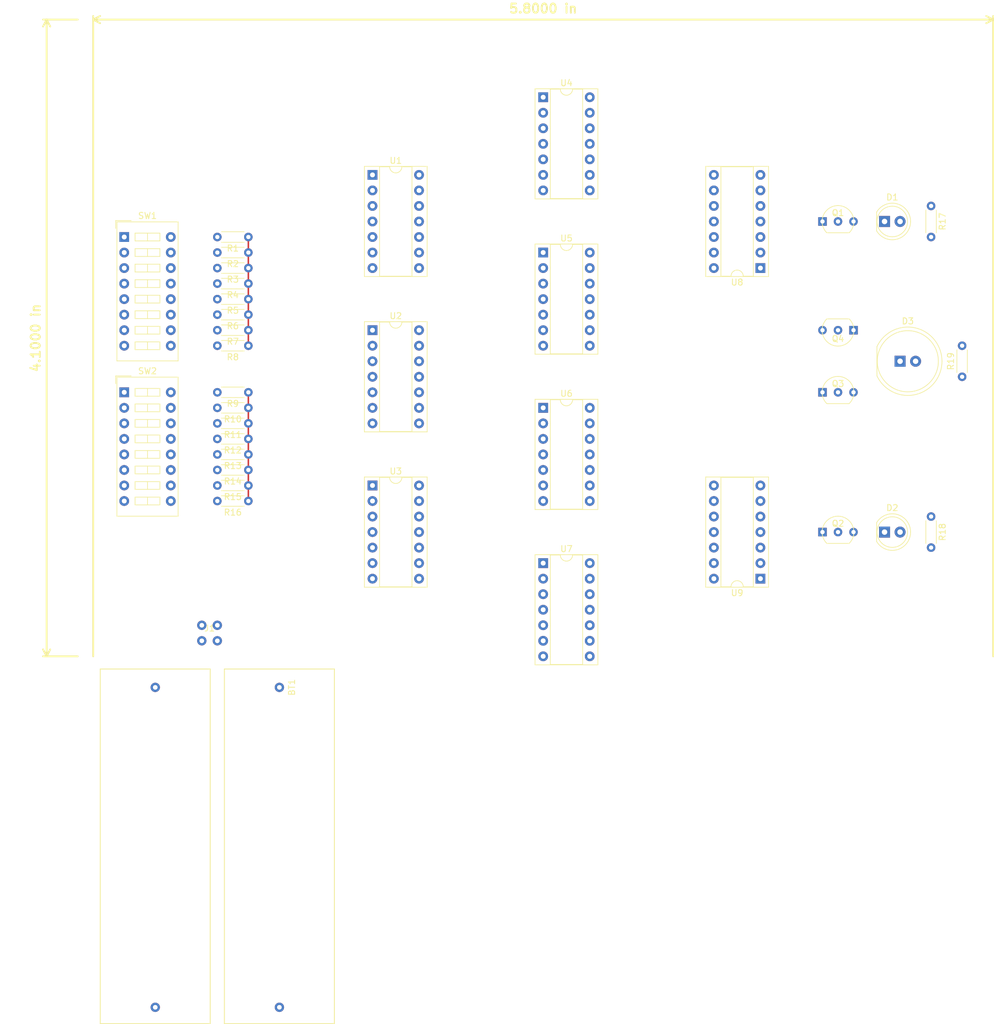
<source format=kicad_pcb>
(kicad_pcb (version 4) (host pcbnew 4.0.7)

  (general
    (links 150)
    (no_connects 136)
    (area 6.675716 25.24 170.180001 192.435001)
    (thickness 1.6)
    (drawings 2)
    (tracks 14)
    (zones 0)
    (modules 39)
    (nets 67)
  )

  (page A4)
  (layers
    (0 F.Cu signal)
    (31 B.Cu signal)
    (32 B.Adhes user)
    (33 F.Adhes user)
    (34 B.Paste user)
    (35 F.Paste user)
    (36 B.SilkS user)
    (37 F.SilkS user)
    (38 B.Mask user)
    (39 F.Mask user)
    (40 Dwgs.User user)
    (41 Cmts.User user)
    (42 Eco1.User user)
    (43 Eco2.User user)
    (44 Edge.Cuts user)
    (45 Margin user)
    (46 B.CrtYd user)
    (47 F.CrtYd user)
    (48 B.Fab user)
    (49 F.Fab user)
  )

  (setup
    (last_trace_width 0.25)
    (trace_clearance 0.2)
    (zone_clearance 0.508)
    (zone_45_only no)
    (trace_min 0.2)
    (segment_width 0.2)
    (edge_width 0.15)
    (via_size 0.6)
    (via_drill 0.4)
    (via_min_size 0.4)
    (via_min_drill 0.3)
    (uvia_size 0.3)
    (uvia_drill 0.1)
    (uvias_allowed no)
    (uvia_min_size 0.2)
    (uvia_min_drill 0.1)
    (pcb_text_width 0.3)
    (pcb_text_size 1.5 1.5)
    (mod_edge_width 0.15)
    (mod_text_size 1 1)
    (mod_text_width 0.15)
    (pad_size 1.524 1.524)
    (pad_drill 0.762)
    (pad_to_mask_clearance 0.2)
    (aux_axis_origin 0 0)
    (visible_elements FFFFFF7F)
    (pcbplotparams
      (layerselection 0x00030_80000001)
      (usegerberextensions false)
      (excludeedgelayer true)
      (linewidth 0.100000)
      (plotframeref false)
      (viasonmask false)
      (mode 1)
      (useauxorigin false)
      (hpglpennumber 1)
      (hpglpenspeed 20)
      (hpglpendiameter 15)
      (hpglpenoverlay 2)
      (psnegative false)
      (psa4output false)
      (plotreference true)
      (plotvalue true)
      (plotinvisibletext false)
      (padsonsilk false)
      (subtractmaskfromsilk false)
      (outputformat 1)
      (mirror false)
      (drillshape 1)
      (scaleselection 1)
      (outputdirectory ""))
  )

  (net 0 "")
  (net 1 GND)
  (net 2 VCC)
  (net 3 "Net-(D1-Pad1)")
  (net 4 "Net-(D1-Pad2)")
  (net 5 "Net-(D2-Pad1)")
  (net 6 "Net-(D2-Pad2)")
  (net 7 "Net-(D3-Pad1)")
  (net 8 "Net-(D3-Pad2)")
  (net 9 "Net-(Q1-Pad2)")
  (net 10 "Net-(Q2-Pad2)")
  (net 11 /i0)
  (net 12 /i1)
  (net 13 /i2)
  (net 14 /i3)
  (net 15 /i4)
  (net 16 /i5)
  (net 17 /i6)
  (net 18 /i7)
  (net 19 /i8)
  (net 20 /i9)
  (net 21 /i10)
  (net 22 /i11)
  (net 23 /i12)
  (net 24 /i13)
  (net 25 /i14)
  (net 26 /i15)
  (net 27 /not_i3)
  (net 28 /not_i0)
  (net 29 /not_i4)
  (net 30 /not_i1)
  (net 31 /not_i5)
  (net 32 /not_i2)
  (net 33 /not_i10)
  (net 34 /not_i6)
  (net 35 /not_i11)
  (net 36 /not_i7)
  (net 37 /not_i12)
  (net 38 /not_i8)
  (net 39 "Net-(U3-Pad8)")
  (net 40 /not_i13)
  (net 41 "Net-(U3-Pad9)")
  (net 42 "Net-(U3-Pad10)")
  (net 43 /not_i14)
  (net 44 "Net-(U3-Pad11)")
  (net 45 "Net-(U3-Pad12)")
  (net 46 /not_i15)
  (net 47 "Net-(U3-Pad13)")
  (net 48 "Net-(U4-Pad8)")
  (net 49 "Net-(U4-Pad3)")
  (net 50 "Net-(U4-Pad11)")
  (net 51 "Net-(U4-Pad6)")
  (net 52 "Net-(U5-Pad8)")
  (net 53 "Net-(U5-Pad3)")
  (net 54 "Net-(U5-Pad11)")
  (net 55 "Net-(U5-Pad6)")
  (net 56 "Net-(U6-Pad10)")
  (net 57 "Net-(U6-Pad4)")
  (net 58 "Net-(U7-Pad10)")
  (net 59 "Net-(U7-Pad4)")
  (net 60 "Net-(Q3-Pad1)")
  (net 61 "Net-(U8-Pad13)")
  (net 62 "Net-(U9-Pad13)")
  (net 63 "Net-(U6-Pad3)")
  (net 64 "Net-(U6-Pad11)")
  (net 65 "Net-(U7-Pad3)")
  (net 66 "Net-(U7-Pad11)")

  (net_class Default "This is the default net class."
    (clearance 0.2)
    (trace_width 0.25)
    (via_dia 0.6)
    (via_drill 0.4)
    (uvia_dia 0.3)
    (uvia_drill 0.1)
    (add_net /i0)
    (add_net /i1)
    (add_net /i10)
    (add_net /i11)
    (add_net /i12)
    (add_net /i13)
    (add_net /i14)
    (add_net /i15)
    (add_net /i2)
    (add_net /i3)
    (add_net /i4)
    (add_net /i5)
    (add_net /i6)
    (add_net /i7)
    (add_net /i8)
    (add_net /i9)
    (add_net /not_i0)
    (add_net /not_i1)
    (add_net /not_i10)
    (add_net /not_i11)
    (add_net /not_i12)
    (add_net /not_i13)
    (add_net /not_i14)
    (add_net /not_i15)
    (add_net /not_i2)
    (add_net /not_i3)
    (add_net /not_i4)
    (add_net /not_i5)
    (add_net /not_i6)
    (add_net /not_i7)
    (add_net /not_i8)
    (add_net GND)
    (add_net "Net-(D1-Pad1)")
    (add_net "Net-(D1-Pad2)")
    (add_net "Net-(D2-Pad1)")
    (add_net "Net-(D2-Pad2)")
    (add_net "Net-(D3-Pad1)")
    (add_net "Net-(D3-Pad2)")
    (add_net "Net-(Q1-Pad2)")
    (add_net "Net-(Q2-Pad2)")
    (add_net "Net-(Q3-Pad1)")
    (add_net "Net-(U3-Pad10)")
    (add_net "Net-(U3-Pad11)")
    (add_net "Net-(U3-Pad12)")
    (add_net "Net-(U3-Pad13)")
    (add_net "Net-(U3-Pad8)")
    (add_net "Net-(U3-Pad9)")
    (add_net "Net-(U4-Pad11)")
    (add_net "Net-(U4-Pad3)")
    (add_net "Net-(U4-Pad6)")
    (add_net "Net-(U4-Pad8)")
    (add_net "Net-(U5-Pad11)")
    (add_net "Net-(U5-Pad3)")
    (add_net "Net-(U5-Pad6)")
    (add_net "Net-(U5-Pad8)")
    (add_net "Net-(U6-Pad10)")
    (add_net "Net-(U6-Pad11)")
    (add_net "Net-(U6-Pad3)")
    (add_net "Net-(U6-Pad4)")
    (add_net "Net-(U7-Pad10)")
    (add_net "Net-(U7-Pad11)")
    (add_net "Net-(U7-Pad3)")
    (add_net "Net-(U7-Pad4)")
    (add_net "Net-(U8-Pad13)")
    (add_net "Net-(U9-Pad13)")
    (add_net VCC)
  )

  (module LEDs:LED_D5.0mm (layer F.Cu) (tedit 5995936A) (tstamp 5B146C6D)
    (at 152.4 111.76)
    (descr "LED, diameter 5.0mm, 2 pins, http://cdn-reichelt.de/documents/datenblatt/A500/LL-504BC2E-009.pdf")
    (tags "LED diameter 5.0mm 2 pins")
    (path /5B32C00F)
    (fp_text reference D2 (at 1.27 -3.96) (layer F.SilkS)
      (effects (font (size 1 1) (thickness 0.15)))
    )
    (fp_text value LED (at 1.27 3.96) (layer F.Fab)
      (effects (font (size 1 1) (thickness 0.15)))
    )
    (fp_arc (start 1.27 0) (end -1.23 -1.469694) (angle 299.1) (layer F.Fab) (width 0.1))
    (fp_arc (start 1.27 0) (end -1.29 -1.54483) (angle 148.9) (layer F.SilkS) (width 0.12))
    (fp_arc (start 1.27 0) (end -1.29 1.54483) (angle -148.9) (layer F.SilkS) (width 0.12))
    (fp_circle (center 1.27 0) (end 3.77 0) (layer F.Fab) (width 0.1))
    (fp_circle (center 1.27 0) (end 3.77 0) (layer F.SilkS) (width 0.12))
    (fp_line (start -1.23 -1.469694) (end -1.23 1.469694) (layer F.Fab) (width 0.1))
    (fp_line (start -1.29 -1.545) (end -1.29 1.545) (layer F.SilkS) (width 0.12))
    (fp_line (start -1.95 -3.25) (end -1.95 3.25) (layer F.CrtYd) (width 0.05))
    (fp_line (start -1.95 3.25) (end 4.5 3.25) (layer F.CrtYd) (width 0.05))
    (fp_line (start 4.5 3.25) (end 4.5 -3.25) (layer F.CrtYd) (width 0.05))
    (fp_line (start 4.5 -3.25) (end -1.95 -3.25) (layer F.CrtYd) (width 0.05))
    (fp_text user %R (at 1.25 0) (layer F.Fab)
      (effects (font (size 0.8 0.8) (thickness 0.2)))
    )
    (pad 1 thru_hole rect (at 0 0) (size 1.8 1.8) (drill 0.9) (layers *.Cu *.Mask)
      (net 5 "Net-(D2-Pad1)"))
    (pad 2 thru_hole circle (at 2.54 0) (size 1.8 1.8) (drill 0.9) (layers *.Cu *.Mask)
      (net 6 "Net-(D2-Pad2)"))
    (model ${KISYS3DMOD}/LEDs.3dshapes/LED_D5.0mm.wrl
      (at (xyz 0 0 0))
      (scale (xyz 0.393701 0.393701 0.393701))
      (rotate (xyz 0 0 0))
    )
  )

  (module emlun:J2x2-double_2_pole_connector (layer F.Cu) (tedit 5AEF483E) (tstamp 5B146C7B)
    (at 40.64 127)
    (path /5B1DB0DE)
    (fp_text reference J1 (at 1.27 0.5) (layer F.SilkS)
      (effects (font (size 1 1) (thickness 0.15)))
    )
    (fp_text value PWR-2_pole_power_connector (at 1.27 -1.27) (layer F.Fab)
      (effects (font (size 1 1) (thickness 0.15)))
    )
    (pad 2 thru_hole circle (at 2.54 2.54) (size 1.524 1.524) (drill 0.762) (layers *.Cu *.Mask)
      (net 2 VCC))
    (pad 1 thru_hole circle (at 0 2.54) (size 1.524 1.524) (drill 0.762) (layers *.Cu *.Mask)
      (net 1 GND))
    (pad 1 thru_hole circle (at 0 0) (size 1.524 1.524) (drill 0.762) (layers *.Cu *.Mask)
      (net 1 GND))
    (pad 2 thru_hole circle (at 2.54 0) (size 1.524 1.524) (drill 0.762) (layers *.Cu *.Mask)
      (net 2 VCC))
  )

  (module Buttons_Switches_THT:SW_DIP_x8_W7.62mm_Slide (layer F.Cu) (tedit 5923F251) (tstamp 5B146D1D)
    (at 27.94 63.5)
    (descr "8x-dip-switch, Slide, row spacing 7.62 mm (300 mils)")
    (tags "DIP Switch Slide 7.62mm 300mil")
    (path /5B15D733)
    (fp_text reference SW1 (at 3.81 -3.48) (layer F.SilkS)
      (effects (font (size 1 1) (thickness 0.15)))
    )
    (fp_text value SW_DIP_x08 (at 3.81 21.26) (layer F.Fab)
      (effects (font (size 1 1) (thickness 0.15)))
    )
    (fp_text user %R (at 3.81 8.89) (layer F.Fab)
      (effects (font (size 1 1) (thickness 0.15)))
    )
    (fp_line (start -1.4 -2.68) (end -1.4 -1.41) (layer F.SilkS) (width 0.12))
    (fp_line (start -1.4 -2.68) (end 1.14 -2.68) (layer F.SilkS) (width 0.12))
    (fp_line (start -0.08 -2.36) (end 8.7 -2.36) (layer F.Fab) (width 0.1))
    (fp_line (start 8.7 -2.36) (end 8.7 20.14) (layer F.Fab) (width 0.1))
    (fp_line (start 8.7 20.14) (end -1.08 20.14) (layer F.Fab) (width 0.1))
    (fp_line (start -1.08 20.14) (end -1.08 -1.36) (layer F.Fab) (width 0.1))
    (fp_line (start -1.08 -1.36) (end -0.08 -2.36) (layer F.Fab) (width 0.1))
    (fp_line (start 1.78 -0.635) (end 1.78 0.635) (layer F.Fab) (width 0.1))
    (fp_line (start 1.78 0.635) (end 5.84 0.635) (layer F.Fab) (width 0.1))
    (fp_line (start 5.84 0.635) (end 5.84 -0.635) (layer F.Fab) (width 0.1))
    (fp_line (start 5.84 -0.635) (end 1.78 -0.635) (layer F.Fab) (width 0.1))
    (fp_line (start 3.81 -0.635) (end 3.81 0.635) (layer F.Fab) (width 0.1))
    (fp_line (start 1.78 1.905) (end 1.78 3.175) (layer F.Fab) (width 0.1))
    (fp_line (start 1.78 3.175) (end 5.84 3.175) (layer F.Fab) (width 0.1))
    (fp_line (start 5.84 3.175) (end 5.84 1.905) (layer F.Fab) (width 0.1))
    (fp_line (start 5.84 1.905) (end 1.78 1.905) (layer F.Fab) (width 0.1))
    (fp_line (start 3.81 1.905) (end 3.81 3.175) (layer F.Fab) (width 0.1))
    (fp_line (start 1.78 4.445) (end 1.78 5.715) (layer F.Fab) (width 0.1))
    (fp_line (start 1.78 5.715) (end 5.84 5.715) (layer F.Fab) (width 0.1))
    (fp_line (start 5.84 5.715) (end 5.84 4.445) (layer F.Fab) (width 0.1))
    (fp_line (start 5.84 4.445) (end 1.78 4.445) (layer F.Fab) (width 0.1))
    (fp_line (start 3.81 4.445) (end 3.81 5.715) (layer F.Fab) (width 0.1))
    (fp_line (start 1.78 6.985) (end 1.78 8.255) (layer F.Fab) (width 0.1))
    (fp_line (start 1.78 8.255) (end 5.84 8.255) (layer F.Fab) (width 0.1))
    (fp_line (start 5.84 8.255) (end 5.84 6.985) (layer F.Fab) (width 0.1))
    (fp_line (start 5.84 6.985) (end 1.78 6.985) (layer F.Fab) (width 0.1))
    (fp_line (start 3.81 6.985) (end 3.81 8.255) (layer F.Fab) (width 0.1))
    (fp_line (start 1.78 9.525) (end 1.78 10.795) (layer F.Fab) (width 0.1))
    (fp_line (start 1.78 10.795) (end 5.84 10.795) (layer F.Fab) (width 0.1))
    (fp_line (start 5.84 10.795) (end 5.84 9.525) (layer F.Fab) (width 0.1))
    (fp_line (start 5.84 9.525) (end 1.78 9.525) (layer F.Fab) (width 0.1))
    (fp_line (start 3.81 9.525) (end 3.81 10.795) (layer F.Fab) (width 0.1))
    (fp_line (start 1.78 12.065) (end 1.78 13.335) (layer F.Fab) (width 0.1))
    (fp_line (start 1.78 13.335) (end 5.84 13.335) (layer F.Fab) (width 0.1))
    (fp_line (start 5.84 13.335) (end 5.84 12.065) (layer F.Fab) (width 0.1))
    (fp_line (start 5.84 12.065) (end 1.78 12.065) (layer F.Fab) (width 0.1))
    (fp_line (start 3.81 12.065) (end 3.81 13.335) (layer F.Fab) (width 0.1))
    (fp_line (start 1.78 14.605) (end 1.78 15.875) (layer F.Fab) (width 0.1))
    (fp_line (start 1.78 15.875) (end 5.84 15.875) (layer F.Fab) (width 0.1))
    (fp_line (start 5.84 15.875) (end 5.84 14.605) (layer F.Fab) (width 0.1))
    (fp_line (start 5.84 14.605) (end 1.78 14.605) (layer F.Fab) (width 0.1))
    (fp_line (start 3.81 14.605) (end 3.81 15.875) (layer F.Fab) (width 0.1))
    (fp_line (start 1.78 17.145) (end 1.78 18.415) (layer F.Fab) (width 0.1))
    (fp_line (start 1.78 18.415) (end 5.84 18.415) (layer F.Fab) (width 0.1))
    (fp_line (start 5.84 18.415) (end 5.84 17.145) (layer F.Fab) (width 0.1))
    (fp_line (start 5.84 17.145) (end 1.78 17.145) (layer F.Fab) (width 0.1))
    (fp_line (start 3.81 17.145) (end 3.81 18.415) (layer F.Fab) (width 0.1))
    (fp_line (start -1.2 -2.48) (end 8.82 -2.48) (layer F.SilkS) (width 0.12))
    (fp_line (start 8.82 -2.48) (end 8.82 20.26) (layer F.SilkS) (width 0.12))
    (fp_line (start 8.82 20.26) (end -1.2 20.26) (layer F.SilkS) (width 0.12))
    (fp_line (start -1.2 20.26) (end -1.2 -2.48) (layer F.SilkS) (width 0.12))
    (fp_line (start 1.78 -0.635) (end 1.78 0.635) (layer F.SilkS) (width 0.12))
    (fp_line (start 1.78 0.635) (end 5.84 0.635) (layer F.SilkS) (width 0.12))
    (fp_line (start 5.84 0.635) (end 5.84 -0.635) (layer F.SilkS) (width 0.12))
    (fp_line (start 5.84 -0.635) (end 1.78 -0.635) (layer F.SilkS) (width 0.12))
    (fp_line (start 3.81 -0.635) (end 3.81 0.635) (layer F.SilkS) (width 0.12))
    (fp_line (start 1.78 1.905) (end 1.78 3.175) (layer F.SilkS) (width 0.12))
    (fp_line (start 1.78 3.175) (end 5.84 3.175) (layer F.SilkS) (width 0.12))
    (fp_line (start 5.84 3.175) (end 5.84 1.905) (layer F.SilkS) (width 0.12))
    (fp_line (start 5.84 1.905) (end 1.78 1.905) (layer F.SilkS) (width 0.12))
    (fp_line (start 3.81 1.905) (end 3.81 3.175) (layer F.SilkS) (width 0.12))
    (fp_line (start 1.78 4.445) (end 1.78 5.715) (layer F.SilkS) (width 0.12))
    (fp_line (start 1.78 5.715) (end 5.84 5.715) (layer F.SilkS) (width 0.12))
    (fp_line (start 5.84 5.715) (end 5.84 4.445) (layer F.SilkS) (width 0.12))
    (fp_line (start 5.84 4.445) (end 1.78 4.445) (layer F.SilkS) (width 0.12))
    (fp_line (start 3.81 4.445) (end 3.81 5.715) (layer F.SilkS) (width 0.12))
    (fp_line (start 1.78 6.985) (end 1.78 8.255) (layer F.SilkS) (width 0.12))
    (fp_line (start 1.78 8.255) (end 5.84 8.255) (layer F.SilkS) (width 0.12))
    (fp_line (start 5.84 8.255) (end 5.84 6.985) (layer F.SilkS) (width 0.12))
    (fp_line (start 5.84 6.985) (end 1.78 6.985) (layer F.SilkS) (width 0.12))
    (fp_line (start 3.81 6.985) (end 3.81 8.255) (layer F.SilkS) (width 0.12))
    (fp_line (start 1.78 9.525) (end 1.78 10.795) (layer F.SilkS) (width 0.12))
    (fp_line (start 1.78 10.795) (end 5.84 10.795) (layer F.SilkS) (width 0.12))
    (fp_line (start 5.84 10.795) (end 5.84 9.525) (layer F.SilkS) (width 0.12))
    (fp_line (start 5.84 9.525) (end 1.78 9.525) (layer F.SilkS) (width 0.12))
    (fp_line (start 3.81 9.525) (end 3.81 10.795) (layer F.SilkS) (width 0.12))
    (fp_line (start 1.78 12.065) (end 1.78 13.335) (layer F.SilkS) (width 0.12))
    (fp_line (start 1.78 13.335) (end 5.84 13.335) (layer F.SilkS) (width 0.12))
    (fp_line (start 5.84 13.335) (end 5.84 12.065) (layer F.SilkS) (width 0.12))
    (fp_line (start 5.84 12.065) (end 1.78 12.065) (layer F.SilkS) (width 0.12))
    (fp_line (start 3.81 12.065) (end 3.81 13.335) (layer F.SilkS) (width 0.12))
    (fp_line (start 1.78 14.605) (end 1.78 15.875) (layer F.SilkS) (width 0.12))
    (fp_line (start 1.78 15.875) (end 5.84 15.875) (layer F.SilkS) (width 0.12))
    (fp_line (start 5.84 15.875) (end 5.84 14.605) (layer F.SilkS) (width 0.12))
    (fp_line (start 5.84 14.605) (end 1.78 14.605) (layer F.SilkS) (width 0.12))
    (fp_line (start 3.81 14.605) (end 3.81 15.875) (layer F.SilkS) (width 0.12))
    (fp_line (start 1.78 17.145) (end 1.78 18.415) (layer F.SilkS) (width 0.12))
    (fp_line (start 1.78 18.415) (end 5.84 18.415) (layer F.SilkS) (width 0.12))
    (fp_line (start 5.84 18.415) (end 5.84 17.145) (layer F.SilkS) (width 0.12))
    (fp_line (start 5.84 17.145) (end 1.78 17.145) (layer F.SilkS) (width 0.12))
    (fp_line (start 3.81 17.145) (end 3.81 18.415) (layer F.SilkS) (width 0.12))
    (fp_line (start -1.4 -2.7) (end -1.4 20.4) (layer F.CrtYd) (width 0.05))
    (fp_line (start -1.4 20.4) (end 9 20.4) (layer F.CrtYd) (width 0.05))
    (fp_line (start 9 20.4) (end 9 -2.7) (layer F.CrtYd) (width 0.05))
    (fp_line (start 9 -2.7) (end -1.4 -2.7) (layer F.CrtYd) (width 0.05))
    (pad 1 thru_hole rect (at 0 0) (size 1.6 1.6) (drill 0.8) (layers *.Cu *.Mask)
      (net 2 VCC))
    (pad 9 thru_hole oval (at 7.62 17.78) (size 1.6 1.6) (drill 0.8) (layers *.Cu *.Mask)
      (net 18 /i7))
    (pad 2 thru_hole oval (at 0 2.54) (size 1.6 1.6) (drill 0.8) (layers *.Cu *.Mask)
      (net 2 VCC))
    (pad 10 thru_hole oval (at 7.62 15.24) (size 1.6 1.6) (drill 0.8) (layers *.Cu *.Mask)
      (net 17 /i6))
    (pad 3 thru_hole oval (at 0 5.08) (size 1.6 1.6) (drill 0.8) (layers *.Cu *.Mask)
      (net 2 VCC))
    (pad 11 thru_hole oval (at 7.62 12.7) (size 1.6 1.6) (drill 0.8) (layers *.Cu *.Mask)
      (net 16 /i5))
    (pad 4 thru_hole oval (at 0 7.62) (size 1.6 1.6) (drill 0.8) (layers *.Cu *.Mask)
      (net 2 VCC))
    (pad 12 thru_hole oval (at 7.62 10.16) (size 1.6 1.6) (drill 0.8) (layers *.Cu *.Mask)
      (net 15 /i4))
    (pad 5 thru_hole oval (at 0 10.16) (size 1.6 1.6) (drill 0.8) (layers *.Cu *.Mask)
      (net 2 VCC))
    (pad 13 thru_hole oval (at 7.62 7.62) (size 1.6 1.6) (drill 0.8) (layers *.Cu *.Mask)
      (net 14 /i3))
    (pad 6 thru_hole oval (at 0 12.7) (size 1.6 1.6) (drill 0.8) (layers *.Cu *.Mask)
      (net 2 VCC))
    (pad 14 thru_hole oval (at 7.62 5.08) (size 1.6 1.6) (drill 0.8) (layers *.Cu *.Mask)
      (net 13 /i2))
    (pad 7 thru_hole oval (at 0 15.24) (size 1.6 1.6) (drill 0.8) (layers *.Cu *.Mask)
      (net 2 VCC))
    (pad 15 thru_hole oval (at 7.62 2.54) (size 1.6 1.6) (drill 0.8) (layers *.Cu *.Mask)
      (net 12 /i1))
    (pad 8 thru_hole oval (at 0 17.78) (size 1.6 1.6) (drill 0.8) (layers *.Cu *.Mask)
      (net 2 VCC))
    (pad 16 thru_hole oval (at 7.62 0) (size 1.6 1.6) (drill 0.8) (layers *.Cu *.Mask)
      (net 11 /i0))
    (model ${KISYS3DMOD}/Buttons_Switches_THT.3dshapes/SW_DIP_x8_W7.62mm_Slide.wrl
      (at (xyz 0 0 0))
      (scale (xyz 1 1 1))
      (rotate (xyz 0 0 90))
    )
  )

  (module Buttons_Switches_THT:SW_DIP_x8_W7.62mm_Slide (layer F.Cu) (tedit 5923F251) (tstamp 5B146D31)
    (at 27.94 88.9)
    (descr "8x-dip-switch, Slide, row spacing 7.62 mm (300 mils)")
    (tags "DIP Switch Slide 7.62mm 300mil")
    (path /5B15D869)
    (fp_text reference SW2 (at 3.81 -3.48) (layer F.SilkS)
      (effects (font (size 1 1) (thickness 0.15)))
    )
    (fp_text value SW_DIP_x08 (at 3.81 21.26) (layer F.Fab)
      (effects (font (size 1 1) (thickness 0.15)))
    )
    (fp_text user %R (at 3.81 8.89) (layer F.Fab)
      (effects (font (size 1 1) (thickness 0.15)))
    )
    (fp_line (start -1.4 -2.68) (end -1.4 -1.41) (layer F.SilkS) (width 0.12))
    (fp_line (start -1.4 -2.68) (end 1.14 -2.68) (layer F.SilkS) (width 0.12))
    (fp_line (start -0.08 -2.36) (end 8.7 -2.36) (layer F.Fab) (width 0.1))
    (fp_line (start 8.7 -2.36) (end 8.7 20.14) (layer F.Fab) (width 0.1))
    (fp_line (start 8.7 20.14) (end -1.08 20.14) (layer F.Fab) (width 0.1))
    (fp_line (start -1.08 20.14) (end -1.08 -1.36) (layer F.Fab) (width 0.1))
    (fp_line (start -1.08 -1.36) (end -0.08 -2.36) (layer F.Fab) (width 0.1))
    (fp_line (start 1.78 -0.635) (end 1.78 0.635) (layer F.Fab) (width 0.1))
    (fp_line (start 1.78 0.635) (end 5.84 0.635) (layer F.Fab) (width 0.1))
    (fp_line (start 5.84 0.635) (end 5.84 -0.635) (layer F.Fab) (width 0.1))
    (fp_line (start 5.84 -0.635) (end 1.78 -0.635) (layer F.Fab) (width 0.1))
    (fp_line (start 3.81 -0.635) (end 3.81 0.635) (layer F.Fab) (width 0.1))
    (fp_line (start 1.78 1.905) (end 1.78 3.175) (layer F.Fab) (width 0.1))
    (fp_line (start 1.78 3.175) (end 5.84 3.175) (layer F.Fab) (width 0.1))
    (fp_line (start 5.84 3.175) (end 5.84 1.905) (layer F.Fab) (width 0.1))
    (fp_line (start 5.84 1.905) (end 1.78 1.905) (layer F.Fab) (width 0.1))
    (fp_line (start 3.81 1.905) (end 3.81 3.175) (layer F.Fab) (width 0.1))
    (fp_line (start 1.78 4.445) (end 1.78 5.715) (layer F.Fab) (width 0.1))
    (fp_line (start 1.78 5.715) (end 5.84 5.715) (layer F.Fab) (width 0.1))
    (fp_line (start 5.84 5.715) (end 5.84 4.445) (layer F.Fab) (width 0.1))
    (fp_line (start 5.84 4.445) (end 1.78 4.445) (layer F.Fab) (width 0.1))
    (fp_line (start 3.81 4.445) (end 3.81 5.715) (layer F.Fab) (width 0.1))
    (fp_line (start 1.78 6.985) (end 1.78 8.255) (layer F.Fab) (width 0.1))
    (fp_line (start 1.78 8.255) (end 5.84 8.255) (layer F.Fab) (width 0.1))
    (fp_line (start 5.84 8.255) (end 5.84 6.985) (layer F.Fab) (width 0.1))
    (fp_line (start 5.84 6.985) (end 1.78 6.985) (layer F.Fab) (width 0.1))
    (fp_line (start 3.81 6.985) (end 3.81 8.255) (layer F.Fab) (width 0.1))
    (fp_line (start 1.78 9.525) (end 1.78 10.795) (layer F.Fab) (width 0.1))
    (fp_line (start 1.78 10.795) (end 5.84 10.795) (layer F.Fab) (width 0.1))
    (fp_line (start 5.84 10.795) (end 5.84 9.525) (layer F.Fab) (width 0.1))
    (fp_line (start 5.84 9.525) (end 1.78 9.525) (layer F.Fab) (width 0.1))
    (fp_line (start 3.81 9.525) (end 3.81 10.795) (layer F.Fab) (width 0.1))
    (fp_line (start 1.78 12.065) (end 1.78 13.335) (layer F.Fab) (width 0.1))
    (fp_line (start 1.78 13.335) (end 5.84 13.335) (layer F.Fab) (width 0.1))
    (fp_line (start 5.84 13.335) (end 5.84 12.065) (layer F.Fab) (width 0.1))
    (fp_line (start 5.84 12.065) (end 1.78 12.065) (layer F.Fab) (width 0.1))
    (fp_line (start 3.81 12.065) (end 3.81 13.335) (layer F.Fab) (width 0.1))
    (fp_line (start 1.78 14.605) (end 1.78 15.875) (layer F.Fab) (width 0.1))
    (fp_line (start 1.78 15.875) (end 5.84 15.875) (layer F.Fab) (width 0.1))
    (fp_line (start 5.84 15.875) (end 5.84 14.605) (layer F.Fab) (width 0.1))
    (fp_line (start 5.84 14.605) (end 1.78 14.605) (layer F.Fab) (width 0.1))
    (fp_line (start 3.81 14.605) (end 3.81 15.875) (layer F.Fab) (width 0.1))
    (fp_line (start 1.78 17.145) (end 1.78 18.415) (layer F.Fab) (width 0.1))
    (fp_line (start 1.78 18.415) (end 5.84 18.415) (layer F.Fab) (width 0.1))
    (fp_line (start 5.84 18.415) (end 5.84 17.145) (layer F.Fab) (width 0.1))
    (fp_line (start 5.84 17.145) (end 1.78 17.145) (layer F.Fab) (width 0.1))
    (fp_line (start 3.81 17.145) (end 3.81 18.415) (layer F.Fab) (width 0.1))
    (fp_line (start -1.2 -2.48) (end 8.82 -2.48) (layer F.SilkS) (width 0.12))
    (fp_line (start 8.82 -2.48) (end 8.82 20.26) (layer F.SilkS) (width 0.12))
    (fp_line (start 8.82 20.26) (end -1.2 20.26) (layer F.SilkS) (width 0.12))
    (fp_line (start -1.2 20.26) (end -1.2 -2.48) (layer F.SilkS) (width 0.12))
    (fp_line (start 1.78 -0.635) (end 1.78 0.635) (layer F.SilkS) (width 0.12))
    (fp_line (start 1.78 0.635) (end 5.84 0.635) (layer F.SilkS) (width 0.12))
    (fp_line (start 5.84 0.635) (end 5.84 -0.635) (layer F.SilkS) (width 0.12))
    (fp_line (start 5.84 -0.635) (end 1.78 -0.635) (layer F.SilkS) (width 0.12))
    (fp_line (start 3.81 -0.635) (end 3.81 0.635) (layer F.SilkS) (width 0.12))
    (fp_line (start 1.78 1.905) (end 1.78 3.175) (layer F.SilkS) (width 0.12))
    (fp_line (start 1.78 3.175) (end 5.84 3.175) (layer F.SilkS) (width 0.12))
    (fp_line (start 5.84 3.175) (end 5.84 1.905) (layer F.SilkS) (width 0.12))
    (fp_line (start 5.84 1.905) (end 1.78 1.905) (layer F.SilkS) (width 0.12))
    (fp_line (start 3.81 1.905) (end 3.81 3.175) (layer F.SilkS) (width 0.12))
    (fp_line (start 1.78 4.445) (end 1.78 5.715) (layer F.SilkS) (width 0.12))
    (fp_line (start 1.78 5.715) (end 5.84 5.715) (layer F.SilkS) (width 0.12))
    (fp_line (start 5.84 5.715) (end 5.84 4.445) (layer F.SilkS) (width 0.12))
    (fp_line (start 5.84 4.445) (end 1.78 4.445) (layer F.SilkS) (width 0.12))
    (fp_line (start 3.81 4.445) (end 3.81 5.715) (layer F.SilkS) (width 0.12))
    (fp_line (start 1.78 6.985) (end 1.78 8.255) (layer F.SilkS) (width 0.12))
    (fp_line (start 1.78 8.255) (end 5.84 8.255) (layer F.SilkS) (width 0.12))
    (fp_line (start 5.84 8.255) (end 5.84 6.985) (layer F.SilkS) (width 0.12))
    (fp_line (start 5.84 6.985) (end 1.78 6.985) (layer F.SilkS) (width 0.12))
    (fp_line (start 3.81 6.985) (end 3.81 8.255) (layer F.SilkS) (width 0.12))
    (fp_line (start 1.78 9.525) (end 1.78 10.795) (layer F.SilkS) (width 0.12))
    (fp_line (start 1.78 10.795) (end 5.84 10.795) (layer F.SilkS) (width 0.12))
    (fp_line (start 5.84 10.795) (end 5.84 9.525) (layer F.SilkS) (width 0.12))
    (fp_line (start 5.84 9.525) (end 1.78 9.525) (layer F.SilkS) (width 0.12))
    (fp_line (start 3.81 9.525) (end 3.81 10.795) (layer F.SilkS) (width 0.12))
    (fp_line (start 1.78 12.065) (end 1.78 13.335) (layer F.SilkS) (width 0.12))
    (fp_line (start 1.78 13.335) (end 5.84 13.335) (layer F.SilkS) (width 0.12))
    (fp_line (start 5.84 13.335) (end 5.84 12.065) (layer F.SilkS) (width 0.12))
    (fp_line (start 5.84 12.065) (end 1.78 12.065) (layer F.SilkS) (width 0.12))
    (fp_line (start 3.81 12.065) (end 3.81 13.335) (layer F.SilkS) (width 0.12))
    (fp_line (start 1.78 14.605) (end 1.78 15.875) (layer F.SilkS) (width 0.12))
    (fp_line (start 1.78 15.875) (end 5.84 15.875) (layer F.SilkS) (width 0.12))
    (fp_line (start 5.84 15.875) (end 5.84 14.605) (layer F.SilkS) (width 0.12))
    (fp_line (start 5.84 14.605) (end 1.78 14.605) (layer F.SilkS) (width 0.12))
    (fp_line (start 3.81 14.605) (end 3.81 15.875) (layer F.SilkS) (width 0.12))
    (fp_line (start 1.78 17.145) (end 1.78 18.415) (layer F.SilkS) (width 0.12))
    (fp_line (start 1.78 18.415) (end 5.84 18.415) (layer F.SilkS) (width 0.12))
    (fp_line (start 5.84 18.415) (end 5.84 17.145) (layer F.SilkS) (width 0.12))
    (fp_line (start 5.84 17.145) (end 1.78 17.145) (layer F.SilkS) (width 0.12))
    (fp_line (start 3.81 17.145) (end 3.81 18.415) (layer F.SilkS) (width 0.12))
    (fp_line (start -1.4 -2.7) (end -1.4 20.4) (layer F.CrtYd) (width 0.05))
    (fp_line (start -1.4 20.4) (end 9 20.4) (layer F.CrtYd) (width 0.05))
    (fp_line (start 9 20.4) (end 9 -2.7) (layer F.CrtYd) (width 0.05))
    (fp_line (start 9 -2.7) (end -1.4 -2.7) (layer F.CrtYd) (width 0.05))
    (pad 1 thru_hole rect (at 0 0) (size 1.6 1.6) (drill 0.8) (layers *.Cu *.Mask)
      (net 2 VCC))
    (pad 9 thru_hole oval (at 7.62 17.78) (size 1.6 1.6) (drill 0.8) (layers *.Cu *.Mask)
      (net 26 /i15))
    (pad 2 thru_hole oval (at 0 2.54) (size 1.6 1.6) (drill 0.8) (layers *.Cu *.Mask)
      (net 2 VCC))
    (pad 10 thru_hole oval (at 7.62 15.24) (size 1.6 1.6) (drill 0.8) (layers *.Cu *.Mask)
      (net 25 /i14))
    (pad 3 thru_hole oval (at 0 5.08) (size 1.6 1.6) (drill 0.8) (layers *.Cu *.Mask)
      (net 2 VCC))
    (pad 11 thru_hole oval (at 7.62 12.7) (size 1.6 1.6) (drill 0.8) (layers *.Cu *.Mask)
      (net 24 /i13))
    (pad 4 thru_hole oval (at 0 7.62) (size 1.6 1.6) (drill 0.8) (layers *.Cu *.Mask)
      (net 2 VCC))
    (pad 12 thru_hole oval (at 7.62 10.16) (size 1.6 1.6) (drill 0.8) (layers *.Cu *.Mask)
      (net 23 /i12))
    (pad 5 thru_hole oval (at 0 10.16) (size 1.6 1.6) (drill 0.8) (layers *.Cu *.Mask)
      (net 2 VCC))
    (pad 13 thru_hole oval (at 7.62 7.62) (size 1.6 1.6) (drill 0.8) (layers *.Cu *.Mask)
      (net 22 /i11))
    (pad 6 thru_hole oval (at 0 12.7) (size 1.6 1.6) (drill 0.8) (layers *.Cu *.Mask)
      (net 2 VCC))
    (pad 14 thru_hole oval (at 7.62 5.08) (size 1.6 1.6) (drill 0.8) (layers *.Cu *.Mask)
      (net 21 /i10))
    (pad 7 thru_hole oval (at 0 15.24) (size 1.6 1.6) (drill 0.8) (layers *.Cu *.Mask)
      (net 2 VCC))
    (pad 15 thru_hole oval (at 7.62 2.54) (size 1.6 1.6) (drill 0.8) (layers *.Cu *.Mask)
      (net 20 /i9))
    (pad 8 thru_hole oval (at 0 17.78) (size 1.6 1.6) (drill 0.8) (layers *.Cu *.Mask)
      (net 2 VCC))
    (pad 16 thru_hole oval (at 7.62 0) (size 1.6 1.6) (drill 0.8) (layers *.Cu *.Mask)
      (net 19 /i8))
    (model ${KISYS3DMOD}/Buttons_Switches_THT.3dshapes/SW_DIP_x8_W7.62mm_Slide.wrl
      (at (xyz 0 0 0))
      (scale (xyz 1 1 1))
      (rotate (xyz 0 0 90))
    )
  )

  (module Housings_DIP:DIP-14_W7.62mm_Socket (layer F.Cu) (tedit 59C78D6B) (tstamp 5B146D43)
    (at 68.58 53.34)
    (descr "14-lead though-hole mounted DIP package, row spacing 7.62 mm (300 mils), Socket")
    (tags "THT DIP DIL PDIP 2.54mm 7.62mm 300mil Socket")
    (path /5B150245)
    (fp_text reference U1 (at 3.81 -2.33) (layer F.SilkS)
      (effects (font (size 1 1) (thickness 0.15)))
    )
    (fp_text value 74HC04 (at 3.81 17.57) (layer F.Fab)
      (effects (font (size 1 1) (thickness 0.15)))
    )
    (fp_arc (start 3.81 -1.33) (end 2.81 -1.33) (angle -180) (layer F.SilkS) (width 0.12))
    (fp_line (start 1.635 -1.27) (end 6.985 -1.27) (layer F.Fab) (width 0.1))
    (fp_line (start 6.985 -1.27) (end 6.985 16.51) (layer F.Fab) (width 0.1))
    (fp_line (start 6.985 16.51) (end 0.635 16.51) (layer F.Fab) (width 0.1))
    (fp_line (start 0.635 16.51) (end 0.635 -0.27) (layer F.Fab) (width 0.1))
    (fp_line (start 0.635 -0.27) (end 1.635 -1.27) (layer F.Fab) (width 0.1))
    (fp_line (start -1.27 -1.33) (end -1.27 16.57) (layer F.Fab) (width 0.1))
    (fp_line (start -1.27 16.57) (end 8.89 16.57) (layer F.Fab) (width 0.1))
    (fp_line (start 8.89 16.57) (end 8.89 -1.33) (layer F.Fab) (width 0.1))
    (fp_line (start 8.89 -1.33) (end -1.27 -1.33) (layer F.Fab) (width 0.1))
    (fp_line (start 2.81 -1.33) (end 1.16 -1.33) (layer F.SilkS) (width 0.12))
    (fp_line (start 1.16 -1.33) (end 1.16 16.57) (layer F.SilkS) (width 0.12))
    (fp_line (start 1.16 16.57) (end 6.46 16.57) (layer F.SilkS) (width 0.12))
    (fp_line (start 6.46 16.57) (end 6.46 -1.33) (layer F.SilkS) (width 0.12))
    (fp_line (start 6.46 -1.33) (end 4.81 -1.33) (layer F.SilkS) (width 0.12))
    (fp_line (start -1.33 -1.39) (end -1.33 16.63) (layer F.SilkS) (width 0.12))
    (fp_line (start -1.33 16.63) (end 8.95 16.63) (layer F.SilkS) (width 0.12))
    (fp_line (start 8.95 16.63) (end 8.95 -1.39) (layer F.SilkS) (width 0.12))
    (fp_line (start 8.95 -1.39) (end -1.33 -1.39) (layer F.SilkS) (width 0.12))
    (fp_line (start -1.55 -1.6) (end -1.55 16.85) (layer F.CrtYd) (width 0.05))
    (fp_line (start -1.55 16.85) (end 9.15 16.85) (layer F.CrtYd) (width 0.05))
    (fp_line (start 9.15 16.85) (end 9.15 -1.6) (layer F.CrtYd) (width 0.05))
    (fp_line (start 9.15 -1.6) (end -1.55 -1.6) (layer F.CrtYd) (width 0.05))
    (fp_text user %R (at 3.81 7.62) (layer F.Fab)
      (effects (font (size 1 1) (thickness 0.15)))
    )
    (pad 1 thru_hole rect (at 0 0) (size 1.6 1.6) (drill 0.8) (layers *.Cu *.Mask)
      (net 11 /i0))
    (pad 8 thru_hole oval (at 7.62 15.24) (size 1.6 1.6) (drill 0.8) (layers *.Cu *.Mask)
      (net 27 /not_i3))
    (pad 2 thru_hole oval (at 0 2.54) (size 1.6 1.6) (drill 0.8) (layers *.Cu *.Mask)
      (net 28 /not_i0))
    (pad 9 thru_hole oval (at 7.62 12.7) (size 1.6 1.6) (drill 0.8) (layers *.Cu *.Mask)
      (net 14 /i3))
    (pad 3 thru_hole oval (at 0 5.08) (size 1.6 1.6) (drill 0.8) (layers *.Cu *.Mask)
      (net 12 /i1))
    (pad 10 thru_hole oval (at 7.62 10.16) (size 1.6 1.6) (drill 0.8) (layers *.Cu *.Mask)
      (net 29 /not_i4))
    (pad 4 thru_hole oval (at 0 7.62) (size 1.6 1.6) (drill 0.8) (layers *.Cu *.Mask)
      (net 30 /not_i1))
    (pad 11 thru_hole oval (at 7.62 7.62) (size 1.6 1.6) (drill 0.8) (layers *.Cu *.Mask)
      (net 15 /i4))
    (pad 5 thru_hole oval (at 0 10.16) (size 1.6 1.6) (drill 0.8) (layers *.Cu *.Mask)
      (net 13 /i2))
    (pad 12 thru_hole oval (at 7.62 5.08) (size 1.6 1.6) (drill 0.8) (layers *.Cu *.Mask)
      (net 31 /not_i5))
    (pad 6 thru_hole oval (at 0 12.7) (size 1.6 1.6) (drill 0.8) (layers *.Cu *.Mask)
      (net 32 /not_i2))
    (pad 13 thru_hole oval (at 7.62 2.54) (size 1.6 1.6) (drill 0.8) (layers *.Cu *.Mask)
      (net 16 /i5))
    (pad 7 thru_hole oval (at 0 15.24) (size 1.6 1.6) (drill 0.8) (layers *.Cu *.Mask)
      (net 1 GND))
    (pad 14 thru_hole oval (at 7.62 0) (size 1.6 1.6) (drill 0.8) (layers *.Cu *.Mask)
      (net 2 VCC))
    (model ${KISYS3DMOD}/Housings_DIP.3dshapes/DIP-14_W7.62mm_Socket.wrl
      (at (xyz 0 0 0))
      (scale (xyz 1 1 1))
      (rotate (xyz 0 0 0))
    )
  )

  (module Housings_DIP:DIP-14_W7.62mm_Socket (layer F.Cu) (tedit 59C78D6B) (tstamp 5B146D55)
    (at 68.58 78.74)
    (descr "14-lead though-hole mounted DIP package, row spacing 7.62 mm (300 mils), Socket")
    (tags "THT DIP DIL PDIP 2.54mm 7.62mm 300mil Socket")
    (path /5B156C8F)
    (fp_text reference U2 (at 3.81 -2.33) (layer F.SilkS)
      (effects (font (size 1 1) (thickness 0.15)))
    )
    (fp_text value 74HC04 (at 3.81 17.57) (layer F.Fab)
      (effects (font (size 1 1) (thickness 0.15)))
    )
    (fp_arc (start 3.81 -1.33) (end 2.81 -1.33) (angle -180) (layer F.SilkS) (width 0.12))
    (fp_line (start 1.635 -1.27) (end 6.985 -1.27) (layer F.Fab) (width 0.1))
    (fp_line (start 6.985 -1.27) (end 6.985 16.51) (layer F.Fab) (width 0.1))
    (fp_line (start 6.985 16.51) (end 0.635 16.51) (layer F.Fab) (width 0.1))
    (fp_line (start 0.635 16.51) (end 0.635 -0.27) (layer F.Fab) (width 0.1))
    (fp_line (start 0.635 -0.27) (end 1.635 -1.27) (layer F.Fab) (width 0.1))
    (fp_line (start -1.27 -1.33) (end -1.27 16.57) (layer F.Fab) (width 0.1))
    (fp_line (start -1.27 16.57) (end 8.89 16.57) (layer F.Fab) (width 0.1))
    (fp_line (start 8.89 16.57) (end 8.89 -1.33) (layer F.Fab) (width 0.1))
    (fp_line (start 8.89 -1.33) (end -1.27 -1.33) (layer F.Fab) (width 0.1))
    (fp_line (start 2.81 -1.33) (end 1.16 -1.33) (layer F.SilkS) (width 0.12))
    (fp_line (start 1.16 -1.33) (end 1.16 16.57) (layer F.SilkS) (width 0.12))
    (fp_line (start 1.16 16.57) (end 6.46 16.57) (layer F.SilkS) (width 0.12))
    (fp_line (start 6.46 16.57) (end 6.46 -1.33) (layer F.SilkS) (width 0.12))
    (fp_line (start 6.46 -1.33) (end 4.81 -1.33) (layer F.SilkS) (width 0.12))
    (fp_line (start -1.33 -1.39) (end -1.33 16.63) (layer F.SilkS) (width 0.12))
    (fp_line (start -1.33 16.63) (end 8.95 16.63) (layer F.SilkS) (width 0.12))
    (fp_line (start 8.95 16.63) (end 8.95 -1.39) (layer F.SilkS) (width 0.12))
    (fp_line (start 8.95 -1.39) (end -1.33 -1.39) (layer F.SilkS) (width 0.12))
    (fp_line (start -1.55 -1.6) (end -1.55 16.85) (layer F.CrtYd) (width 0.05))
    (fp_line (start -1.55 16.85) (end 9.15 16.85) (layer F.CrtYd) (width 0.05))
    (fp_line (start 9.15 16.85) (end 9.15 -1.6) (layer F.CrtYd) (width 0.05))
    (fp_line (start 9.15 -1.6) (end -1.55 -1.6) (layer F.CrtYd) (width 0.05))
    (fp_text user %R (at 3.81 7.62) (layer F.Fab)
      (effects (font (size 1 1) (thickness 0.15)))
    )
    (pad 1 thru_hole rect (at 0 0) (size 1.6 1.6) (drill 0.8) (layers *.Cu *.Mask)
      (net 17 /i6))
    (pad 8 thru_hole oval (at 7.62 15.24) (size 1.6 1.6) (drill 0.8) (layers *.Cu *.Mask)
      (net 33 /not_i10))
    (pad 2 thru_hole oval (at 0 2.54) (size 1.6 1.6) (drill 0.8) (layers *.Cu *.Mask)
      (net 34 /not_i6))
    (pad 9 thru_hole oval (at 7.62 12.7) (size 1.6 1.6) (drill 0.8) (layers *.Cu *.Mask)
      (net 21 /i10))
    (pad 3 thru_hole oval (at 0 5.08) (size 1.6 1.6) (drill 0.8) (layers *.Cu *.Mask)
      (net 18 /i7))
    (pad 10 thru_hole oval (at 7.62 10.16) (size 1.6 1.6) (drill 0.8) (layers *.Cu *.Mask)
      (net 35 /not_i11))
    (pad 4 thru_hole oval (at 0 7.62) (size 1.6 1.6) (drill 0.8) (layers *.Cu *.Mask)
      (net 36 /not_i7))
    (pad 11 thru_hole oval (at 7.62 7.62) (size 1.6 1.6) (drill 0.8) (layers *.Cu *.Mask)
      (net 22 /i11))
    (pad 5 thru_hole oval (at 0 10.16) (size 1.6 1.6) (drill 0.8) (layers *.Cu *.Mask)
      (net 19 /i8))
    (pad 12 thru_hole oval (at 7.62 5.08) (size 1.6 1.6) (drill 0.8) (layers *.Cu *.Mask)
      (net 37 /not_i12))
    (pad 6 thru_hole oval (at 0 12.7) (size 1.6 1.6) (drill 0.8) (layers *.Cu *.Mask)
      (net 38 /not_i8))
    (pad 13 thru_hole oval (at 7.62 2.54) (size 1.6 1.6) (drill 0.8) (layers *.Cu *.Mask)
      (net 23 /i12))
    (pad 7 thru_hole oval (at 0 15.24) (size 1.6 1.6) (drill 0.8) (layers *.Cu *.Mask)
      (net 1 GND))
    (pad 14 thru_hole oval (at 7.62 0) (size 1.6 1.6) (drill 0.8) (layers *.Cu *.Mask)
      (net 2 VCC))
    (model ${KISYS3DMOD}/Housings_DIP.3dshapes/DIP-14_W7.62mm_Socket.wrl
      (at (xyz 0 0 0))
      (scale (xyz 1 1 1))
      (rotate (xyz 0 0 0))
    )
  )

  (module Housings_DIP:DIP-14_W7.62mm_Socket (layer F.Cu) (tedit 59C78D6B) (tstamp 5B146D67)
    (at 68.58 104.14)
    (descr "14-lead though-hole mounted DIP package, row spacing 7.62 mm (300 mils), Socket")
    (tags "THT DIP DIL PDIP 2.54mm 7.62mm 300mil Socket")
    (path /5B157E8B)
    (fp_text reference U3 (at 3.81 -2.33) (layer F.SilkS)
      (effects (font (size 1 1) (thickness 0.15)))
    )
    (fp_text value 74HC04 (at 3.81 17.57) (layer F.Fab)
      (effects (font (size 1 1) (thickness 0.15)))
    )
    (fp_arc (start 3.81 -1.33) (end 2.81 -1.33) (angle -180) (layer F.SilkS) (width 0.12))
    (fp_line (start 1.635 -1.27) (end 6.985 -1.27) (layer F.Fab) (width 0.1))
    (fp_line (start 6.985 -1.27) (end 6.985 16.51) (layer F.Fab) (width 0.1))
    (fp_line (start 6.985 16.51) (end 0.635 16.51) (layer F.Fab) (width 0.1))
    (fp_line (start 0.635 16.51) (end 0.635 -0.27) (layer F.Fab) (width 0.1))
    (fp_line (start 0.635 -0.27) (end 1.635 -1.27) (layer F.Fab) (width 0.1))
    (fp_line (start -1.27 -1.33) (end -1.27 16.57) (layer F.Fab) (width 0.1))
    (fp_line (start -1.27 16.57) (end 8.89 16.57) (layer F.Fab) (width 0.1))
    (fp_line (start 8.89 16.57) (end 8.89 -1.33) (layer F.Fab) (width 0.1))
    (fp_line (start 8.89 -1.33) (end -1.27 -1.33) (layer F.Fab) (width 0.1))
    (fp_line (start 2.81 -1.33) (end 1.16 -1.33) (layer F.SilkS) (width 0.12))
    (fp_line (start 1.16 -1.33) (end 1.16 16.57) (layer F.SilkS) (width 0.12))
    (fp_line (start 1.16 16.57) (end 6.46 16.57) (layer F.SilkS) (width 0.12))
    (fp_line (start 6.46 16.57) (end 6.46 -1.33) (layer F.SilkS) (width 0.12))
    (fp_line (start 6.46 -1.33) (end 4.81 -1.33) (layer F.SilkS) (width 0.12))
    (fp_line (start -1.33 -1.39) (end -1.33 16.63) (layer F.SilkS) (width 0.12))
    (fp_line (start -1.33 16.63) (end 8.95 16.63) (layer F.SilkS) (width 0.12))
    (fp_line (start 8.95 16.63) (end 8.95 -1.39) (layer F.SilkS) (width 0.12))
    (fp_line (start 8.95 -1.39) (end -1.33 -1.39) (layer F.SilkS) (width 0.12))
    (fp_line (start -1.55 -1.6) (end -1.55 16.85) (layer F.CrtYd) (width 0.05))
    (fp_line (start -1.55 16.85) (end 9.15 16.85) (layer F.CrtYd) (width 0.05))
    (fp_line (start 9.15 16.85) (end 9.15 -1.6) (layer F.CrtYd) (width 0.05))
    (fp_line (start 9.15 -1.6) (end -1.55 -1.6) (layer F.CrtYd) (width 0.05))
    (fp_text user %R (at 3.81 7.62) (layer F.Fab)
      (effects (font (size 1 1) (thickness 0.15)))
    )
    (pad 1 thru_hole rect (at 0 0) (size 1.6 1.6) (drill 0.8) (layers *.Cu *.Mask)
      (net 24 /i13))
    (pad 8 thru_hole oval (at 7.62 15.24) (size 1.6 1.6) (drill 0.8) (layers *.Cu *.Mask)
      (net 39 "Net-(U3-Pad8)"))
    (pad 2 thru_hole oval (at 0 2.54) (size 1.6 1.6) (drill 0.8) (layers *.Cu *.Mask)
      (net 40 /not_i13))
    (pad 9 thru_hole oval (at 7.62 12.7) (size 1.6 1.6) (drill 0.8) (layers *.Cu *.Mask)
      (net 41 "Net-(U3-Pad9)"))
    (pad 3 thru_hole oval (at 0 5.08) (size 1.6 1.6) (drill 0.8) (layers *.Cu *.Mask)
      (net 25 /i14))
    (pad 10 thru_hole oval (at 7.62 10.16) (size 1.6 1.6) (drill 0.8) (layers *.Cu *.Mask)
      (net 42 "Net-(U3-Pad10)"))
    (pad 4 thru_hole oval (at 0 7.62) (size 1.6 1.6) (drill 0.8) (layers *.Cu *.Mask)
      (net 43 /not_i14))
    (pad 11 thru_hole oval (at 7.62 7.62) (size 1.6 1.6) (drill 0.8) (layers *.Cu *.Mask)
      (net 44 "Net-(U3-Pad11)"))
    (pad 5 thru_hole oval (at 0 10.16) (size 1.6 1.6) (drill 0.8) (layers *.Cu *.Mask)
      (net 26 /i15))
    (pad 12 thru_hole oval (at 7.62 5.08) (size 1.6 1.6) (drill 0.8) (layers *.Cu *.Mask)
      (net 45 "Net-(U3-Pad12)"))
    (pad 6 thru_hole oval (at 0 12.7) (size 1.6 1.6) (drill 0.8) (layers *.Cu *.Mask)
      (net 46 /not_i15))
    (pad 13 thru_hole oval (at 7.62 2.54) (size 1.6 1.6) (drill 0.8) (layers *.Cu *.Mask)
      (net 47 "Net-(U3-Pad13)"))
    (pad 7 thru_hole oval (at 0 15.24) (size 1.6 1.6) (drill 0.8) (layers *.Cu *.Mask)
      (net 1 GND))
    (pad 14 thru_hole oval (at 7.62 0) (size 1.6 1.6) (drill 0.8) (layers *.Cu *.Mask)
      (net 2 VCC))
    (model ${KISYS3DMOD}/Housings_DIP.3dshapes/DIP-14_W7.62mm_Socket.wrl
      (at (xyz 0 0 0))
      (scale (xyz 1 1 1))
      (rotate (xyz 0 0 0))
    )
  )

  (module Housings_DIP:DIP-14_W7.62mm_Socket (layer F.Cu) (tedit 59C78D6B) (tstamp 5B146D79)
    (at 96.52 40.64)
    (descr "14-lead though-hole mounted DIP package, row spacing 7.62 mm (300 mils), Socket")
    (tags "THT DIP DIL PDIP 2.54mm 7.62mm 300mil Socket")
    (path /5B142FA4)
    (fp_text reference U4 (at 3.81 -2.33) (layer F.SilkS)
      (effects (font (size 1 1) (thickness 0.15)))
    )
    (fp_text value 74LS08 (at 3.81 17.57) (layer F.Fab)
      (effects (font (size 1 1) (thickness 0.15)))
    )
    (fp_arc (start 3.81 -1.33) (end 2.81 -1.33) (angle -180) (layer F.SilkS) (width 0.12))
    (fp_line (start 1.635 -1.27) (end 6.985 -1.27) (layer F.Fab) (width 0.1))
    (fp_line (start 6.985 -1.27) (end 6.985 16.51) (layer F.Fab) (width 0.1))
    (fp_line (start 6.985 16.51) (end 0.635 16.51) (layer F.Fab) (width 0.1))
    (fp_line (start 0.635 16.51) (end 0.635 -0.27) (layer F.Fab) (width 0.1))
    (fp_line (start 0.635 -0.27) (end 1.635 -1.27) (layer F.Fab) (width 0.1))
    (fp_line (start -1.27 -1.33) (end -1.27 16.57) (layer F.Fab) (width 0.1))
    (fp_line (start -1.27 16.57) (end 8.89 16.57) (layer F.Fab) (width 0.1))
    (fp_line (start 8.89 16.57) (end 8.89 -1.33) (layer F.Fab) (width 0.1))
    (fp_line (start 8.89 -1.33) (end -1.27 -1.33) (layer F.Fab) (width 0.1))
    (fp_line (start 2.81 -1.33) (end 1.16 -1.33) (layer F.SilkS) (width 0.12))
    (fp_line (start 1.16 -1.33) (end 1.16 16.57) (layer F.SilkS) (width 0.12))
    (fp_line (start 1.16 16.57) (end 6.46 16.57) (layer F.SilkS) (width 0.12))
    (fp_line (start 6.46 16.57) (end 6.46 -1.33) (layer F.SilkS) (width 0.12))
    (fp_line (start 6.46 -1.33) (end 4.81 -1.33) (layer F.SilkS) (width 0.12))
    (fp_line (start -1.33 -1.39) (end -1.33 16.63) (layer F.SilkS) (width 0.12))
    (fp_line (start -1.33 16.63) (end 8.95 16.63) (layer F.SilkS) (width 0.12))
    (fp_line (start 8.95 16.63) (end 8.95 -1.39) (layer F.SilkS) (width 0.12))
    (fp_line (start 8.95 -1.39) (end -1.33 -1.39) (layer F.SilkS) (width 0.12))
    (fp_line (start -1.55 -1.6) (end -1.55 16.85) (layer F.CrtYd) (width 0.05))
    (fp_line (start -1.55 16.85) (end 9.15 16.85) (layer F.CrtYd) (width 0.05))
    (fp_line (start 9.15 16.85) (end 9.15 -1.6) (layer F.CrtYd) (width 0.05))
    (fp_line (start 9.15 -1.6) (end -1.55 -1.6) (layer F.CrtYd) (width 0.05))
    (fp_text user %R (at 3.81 7.62) (layer F.Fab)
      (effects (font (size 1 1) (thickness 0.15)))
    )
    (pad 1 thru_hole rect (at 0 0) (size 1.6 1.6) (drill 0.8) (layers *.Cu *.Mask)
      (net 36 /not_i7))
    (pad 8 thru_hole oval (at 7.62 15.24) (size 1.6 1.6) (drill 0.8) (layers *.Cu *.Mask)
      (net 48 "Net-(U4-Pad8)"))
    (pad 2 thru_hole oval (at 0 2.54) (size 1.6 1.6) (drill 0.8) (layers *.Cu *.Mask)
      (net 21 /i10))
    (pad 9 thru_hole oval (at 7.62 12.7) (size 1.6 1.6) (drill 0.8) (layers *.Cu *.Mask)
      (net 17 /i6))
    (pad 3 thru_hole oval (at 0 5.08) (size 1.6 1.6) (drill 0.8) (layers *.Cu *.Mask)
      (net 49 "Net-(U4-Pad3)"))
    (pad 10 thru_hole oval (at 7.62 10.16) (size 1.6 1.6) (drill 0.8) (layers *.Cu *.Mask)
      (net 37 /not_i12))
    (pad 4 thru_hole oval (at 0 7.62) (size 1.6 1.6) (drill 0.8) (layers *.Cu *.Mask)
      (net 15 /i4))
    (pad 11 thru_hole oval (at 7.62 7.62) (size 1.6 1.6) (drill 0.8) (layers *.Cu *.Mask)
      (net 50 "Net-(U4-Pad11)"))
    (pad 5 thru_hole oval (at 0 10.16) (size 1.6 1.6) (drill 0.8) (layers *.Cu *.Mask)
      (net 25 /i14))
    (pad 12 thru_hole oval (at 7.62 5.08) (size 1.6 1.6) (drill 0.8) (layers *.Cu *.Mask)
      (net 12 /i1))
    (pad 6 thru_hole oval (at 0 12.7) (size 1.6 1.6) (drill 0.8) (layers *.Cu *.Mask)
      (net 51 "Net-(U4-Pad6)"))
    (pad 13 thru_hole oval (at 7.62 2.54) (size 1.6 1.6) (drill 0.8) (layers *.Cu *.Mask)
      (net 28 /not_i0))
    (pad 7 thru_hole oval (at 0 15.24) (size 1.6 1.6) (drill 0.8) (layers *.Cu *.Mask)
      (net 1 GND))
    (pad 14 thru_hole oval (at 7.62 0) (size 1.6 1.6) (drill 0.8) (layers *.Cu *.Mask)
      (net 2 VCC))
    (model ${KISYS3DMOD}/Housings_DIP.3dshapes/DIP-14_W7.62mm_Socket.wrl
      (at (xyz 0 0 0))
      (scale (xyz 1 1 1))
      (rotate (xyz 0 0 0))
    )
  )

  (module Housings_DIP:DIP-14_W7.62mm_Socket (layer F.Cu) (tedit 59C78D6B) (tstamp 5B146D8B)
    (at 96.52 66.04)
    (descr "14-lead though-hole mounted DIP package, row spacing 7.62 mm (300 mils), Socket")
    (tags "THT DIP DIL PDIP 2.54mm 7.62mm 300mil Socket")
    (path /5B146D4D)
    (fp_text reference U5 (at 3.81 -2.33) (layer F.SilkS)
      (effects (font (size 1 1) (thickness 0.15)))
    )
    (fp_text value 74LS08 (at 3.81 17.57) (layer F.Fab)
      (effects (font (size 1 1) (thickness 0.15)))
    )
    (fp_arc (start 3.81 -1.33) (end 2.81 -1.33) (angle -180) (layer F.SilkS) (width 0.12))
    (fp_line (start 1.635 -1.27) (end 6.985 -1.27) (layer F.Fab) (width 0.1))
    (fp_line (start 6.985 -1.27) (end 6.985 16.51) (layer F.Fab) (width 0.1))
    (fp_line (start 6.985 16.51) (end 0.635 16.51) (layer F.Fab) (width 0.1))
    (fp_line (start 0.635 16.51) (end 0.635 -0.27) (layer F.Fab) (width 0.1))
    (fp_line (start 0.635 -0.27) (end 1.635 -1.27) (layer F.Fab) (width 0.1))
    (fp_line (start -1.27 -1.33) (end -1.27 16.57) (layer F.Fab) (width 0.1))
    (fp_line (start -1.27 16.57) (end 8.89 16.57) (layer F.Fab) (width 0.1))
    (fp_line (start 8.89 16.57) (end 8.89 -1.33) (layer F.Fab) (width 0.1))
    (fp_line (start 8.89 -1.33) (end -1.27 -1.33) (layer F.Fab) (width 0.1))
    (fp_line (start 2.81 -1.33) (end 1.16 -1.33) (layer F.SilkS) (width 0.12))
    (fp_line (start 1.16 -1.33) (end 1.16 16.57) (layer F.SilkS) (width 0.12))
    (fp_line (start 1.16 16.57) (end 6.46 16.57) (layer F.SilkS) (width 0.12))
    (fp_line (start 6.46 16.57) (end 6.46 -1.33) (layer F.SilkS) (width 0.12))
    (fp_line (start 6.46 -1.33) (end 4.81 -1.33) (layer F.SilkS) (width 0.12))
    (fp_line (start -1.33 -1.39) (end -1.33 16.63) (layer F.SilkS) (width 0.12))
    (fp_line (start -1.33 16.63) (end 8.95 16.63) (layer F.SilkS) (width 0.12))
    (fp_line (start 8.95 16.63) (end 8.95 -1.39) (layer F.SilkS) (width 0.12))
    (fp_line (start 8.95 -1.39) (end -1.33 -1.39) (layer F.SilkS) (width 0.12))
    (fp_line (start -1.55 -1.6) (end -1.55 16.85) (layer F.CrtYd) (width 0.05))
    (fp_line (start -1.55 16.85) (end 9.15 16.85) (layer F.CrtYd) (width 0.05))
    (fp_line (start 9.15 16.85) (end 9.15 -1.6) (layer F.CrtYd) (width 0.05))
    (fp_line (start 9.15 -1.6) (end -1.55 -1.6) (layer F.CrtYd) (width 0.05))
    (fp_text user %R (at 3.81 7.62) (layer F.Fab)
      (effects (font (size 1 1) (thickness 0.15)))
    )
    (pad 1 thru_hole rect (at 0 0) (size 1.6 1.6) (drill 0.8) (layers *.Cu *.Mask)
      (net 28 /not_i0))
    (pad 8 thru_hole oval (at 7.62 15.24) (size 1.6 1.6) (drill 0.8) (layers *.Cu *.Mask)
      (net 52 "Net-(U5-Pad8)"))
    (pad 2 thru_hole oval (at 0 2.54) (size 1.6 1.6) (drill 0.8) (layers *.Cu *.Mask)
      (net 32 /not_i2))
    (pad 9 thru_hole oval (at 7.62 12.7) (size 1.6 1.6) (drill 0.8) (layers *.Cu *.Mask)
      (net 46 /not_i15))
    (pad 3 thru_hole oval (at 0 5.08) (size 1.6 1.6) (drill 0.8) (layers *.Cu *.Mask)
      (net 53 "Net-(U5-Pad3)"))
    (pad 10 thru_hole oval (at 7.62 10.16) (size 1.6 1.6) (drill 0.8) (layers *.Cu *.Mask)
      (net 27 /not_i3))
    (pad 4 thru_hole oval (at 0 7.62) (size 1.6 1.6) (drill 0.8) (layers *.Cu *.Mask)
      (net 32 /not_i2))
    (pad 11 thru_hole oval (at 7.62 7.62) (size 1.6 1.6) (drill 0.8) (layers *.Cu *.Mask)
      (net 54 "Net-(U5-Pad11)"))
    (pad 5 thru_hole oval (at 0 10.16) (size 1.6 1.6) (drill 0.8) (layers *.Cu *.Mask)
      (net 46 /not_i15))
    (pad 12 thru_hole oval (at 7.62 5.08) (size 1.6 1.6) (drill 0.8) (layers *.Cu *.Mask)
      (net 27 /not_i3))
    (pad 6 thru_hole oval (at 0 12.7) (size 1.6 1.6) (drill 0.8) (layers *.Cu *.Mask)
      (net 55 "Net-(U5-Pad6)"))
    (pad 13 thru_hole oval (at 7.62 2.54) (size 1.6 1.6) (drill 0.8) (layers *.Cu *.Mask)
      (net 16 /i5))
    (pad 7 thru_hole oval (at 0 15.24) (size 1.6 1.6) (drill 0.8) (layers *.Cu *.Mask)
      (net 1 GND))
    (pad 14 thru_hole oval (at 7.62 0) (size 1.6 1.6) (drill 0.8) (layers *.Cu *.Mask)
      (net 2 VCC))
    (model ${KISYS3DMOD}/Housings_DIP.3dshapes/DIP-14_W7.62mm_Socket.wrl
      (at (xyz 0 0 0))
      (scale (xyz 1 1 1))
      (rotate (xyz 0 0 0))
    )
  )

  (module Housings_DIP:DIP-14_W7.62mm_Socket (layer F.Cu) (tedit 59C78D6B) (tstamp 5B146D9D)
    (at 96.52 91.44)
    (descr "14-lead though-hole mounted DIP package, row spacing 7.62 mm (300 mils), Socket")
    (tags "THT DIP DIL PDIP 2.54mm 7.62mm 300mil Socket")
    (path /5B19993C)
    (fp_text reference U6 (at 3.81 -2.33) (layer F.SilkS)
      (effects (font (size 1 1) (thickness 0.15)))
    )
    (fp_text value 4001 (at 3.81 17.57) (layer F.Fab)
      (effects (font (size 1 1) (thickness 0.15)))
    )
    (fp_arc (start 3.81 -1.33) (end 2.81 -1.33) (angle -180) (layer F.SilkS) (width 0.12))
    (fp_line (start 1.635 -1.27) (end 6.985 -1.27) (layer F.Fab) (width 0.1))
    (fp_line (start 6.985 -1.27) (end 6.985 16.51) (layer F.Fab) (width 0.1))
    (fp_line (start 6.985 16.51) (end 0.635 16.51) (layer F.Fab) (width 0.1))
    (fp_line (start 0.635 16.51) (end 0.635 -0.27) (layer F.Fab) (width 0.1))
    (fp_line (start 0.635 -0.27) (end 1.635 -1.27) (layer F.Fab) (width 0.1))
    (fp_line (start -1.27 -1.33) (end -1.27 16.57) (layer F.Fab) (width 0.1))
    (fp_line (start -1.27 16.57) (end 8.89 16.57) (layer F.Fab) (width 0.1))
    (fp_line (start 8.89 16.57) (end 8.89 -1.33) (layer F.Fab) (width 0.1))
    (fp_line (start 8.89 -1.33) (end -1.27 -1.33) (layer F.Fab) (width 0.1))
    (fp_line (start 2.81 -1.33) (end 1.16 -1.33) (layer F.SilkS) (width 0.12))
    (fp_line (start 1.16 -1.33) (end 1.16 16.57) (layer F.SilkS) (width 0.12))
    (fp_line (start 1.16 16.57) (end 6.46 16.57) (layer F.SilkS) (width 0.12))
    (fp_line (start 6.46 16.57) (end 6.46 -1.33) (layer F.SilkS) (width 0.12))
    (fp_line (start 6.46 -1.33) (end 4.81 -1.33) (layer F.SilkS) (width 0.12))
    (fp_line (start -1.33 -1.39) (end -1.33 16.63) (layer F.SilkS) (width 0.12))
    (fp_line (start -1.33 16.63) (end 8.95 16.63) (layer F.SilkS) (width 0.12))
    (fp_line (start 8.95 16.63) (end 8.95 -1.39) (layer F.SilkS) (width 0.12))
    (fp_line (start 8.95 -1.39) (end -1.33 -1.39) (layer F.SilkS) (width 0.12))
    (fp_line (start -1.55 -1.6) (end -1.55 16.85) (layer F.CrtYd) (width 0.05))
    (fp_line (start -1.55 16.85) (end 9.15 16.85) (layer F.CrtYd) (width 0.05))
    (fp_line (start 9.15 16.85) (end 9.15 -1.6) (layer F.CrtYd) (width 0.05))
    (fp_line (start 9.15 -1.6) (end -1.55 -1.6) (layer F.CrtYd) (width 0.05))
    (fp_text user %R (at 3.81 7.62) (layer F.Fab)
      (effects (font (size 1 1) (thickness 0.15)))
    )
    (pad 1 thru_hole rect (at 0 0) (size 1.6 1.6) (drill 0.8) (layers *.Cu *.Mask)
      (net 29 /not_i4))
    (pad 8 thru_hole oval (at 7.62 15.24) (size 1.6 1.6) (drill 0.8) (layers *.Cu *.Mask)
      (net 30 /not_i1))
    (pad 2 thru_hole oval (at 0 2.54) (size 1.6 1.6) (drill 0.8) (layers *.Cu *.Mask)
      (net 34 /not_i6))
    (pad 9 thru_hole oval (at 7.62 12.7) (size 1.6 1.6) (drill 0.8) (layers *.Cu *.Mask)
      (net 35 /not_i11))
    (pad 3 thru_hole oval (at 0 5.08) (size 1.6 1.6) (drill 0.8) (layers *.Cu *.Mask)
      (net 63 "Net-(U6-Pad3)"))
    (pad 10 thru_hole oval (at 7.62 10.16) (size 1.6 1.6) (drill 0.8) (layers *.Cu *.Mask)
      (net 56 "Net-(U6-Pad10)"))
    (pad 4 thru_hole oval (at 0 7.62) (size 1.6 1.6) (drill 0.8) (layers *.Cu *.Mask)
      (net 57 "Net-(U6-Pad4)"))
    (pad 11 thru_hole oval (at 7.62 7.62) (size 1.6 1.6) (drill 0.8) (layers *.Cu *.Mask)
      (net 64 "Net-(U6-Pad11)"))
    (pad 5 thru_hole oval (at 0 10.16) (size 1.6 1.6) (drill 0.8) (layers *.Cu *.Mask)
      (net 31 /not_i5))
    (pad 12 thru_hole oval (at 7.62 5.08) (size 1.6 1.6) (drill 0.8) (layers *.Cu *.Mask)
      (net 35 /not_i11))
    (pad 6 thru_hole oval (at 0 12.7) (size 1.6 1.6) (drill 0.8) (layers *.Cu *.Mask)
      (net 33 /not_i10))
    (pad 13 thru_hole oval (at 7.62 2.54) (size 1.6 1.6) (drill 0.8) (layers *.Cu *.Mask)
      (net 23 /i12))
    (pad 7 thru_hole oval (at 0 15.24) (size 1.6 1.6) (drill 0.8) (layers *.Cu *.Mask)
      (net 1 GND))
    (pad 14 thru_hole oval (at 7.62 0) (size 1.6 1.6) (drill 0.8) (layers *.Cu *.Mask)
      (net 2 VCC))
    (model ${KISYS3DMOD}/Housings_DIP.3dshapes/DIP-14_W7.62mm_Socket.wrl
      (at (xyz 0 0 0))
      (scale (xyz 1 1 1))
      (rotate (xyz 0 0 0))
    )
  )

  (module Housings_DIP:DIP-14_W7.62mm_Socket (layer F.Cu) (tedit 59C78D6B) (tstamp 5B146DAF)
    (at 96.52 116.84)
    (descr "14-lead though-hole mounted DIP package, row spacing 7.62 mm (300 mils), Socket")
    (tags "THT DIP DIL PDIP 2.54mm 7.62mm 300mil Socket")
    (path /5B19BAFA)
    (fp_text reference U7 (at 3.81 -2.33) (layer F.SilkS)
      (effects (font (size 1 1) (thickness 0.15)))
    )
    (fp_text value 4001 (at 3.81 17.57) (layer F.Fab)
      (effects (font (size 1 1) (thickness 0.15)))
    )
    (fp_arc (start 3.81 -1.33) (end 2.81 -1.33) (angle -180) (layer F.SilkS) (width 0.12))
    (fp_line (start 1.635 -1.27) (end 6.985 -1.27) (layer F.Fab) (width 0.1))
    (fp_line (start 6.985 -1.27) (end 6.985 16.51) (layer F.Fab) (width 0.1))
    (fp_line (start 6.985 16.51) (end 0.635 16.51) (layer F.Fab) (width 0.1))
    (fp_line (start 0.635 16.51) (end 0.635 -0.27) (layer F.Fab) (width 0.1))
    (fp_line (start 0.635 -0.27) (end 1.635 -1.27) (layer F.Fab) (width 0.1))
    (fp_line (start -1.27 -1.33) (end -1.27 16.57) (layer F.Fab) (width 0.1))
    (fp_line (start -1.27 16.57) (end 8.89 16.57) (layer F.Fab) (width 0.1))
    (fp_line (start 8.89 16.57) (end 8.89 -1.33) (layer F.Fab) (width 0.1))
    (fp_line (start 8.89 -1.33) (end -1.27 -1.33) (layer F.Fab) (width 0.1))
    (fp_line (start 2.81 -1.33) (end 1.16 -1.33) (layer F.SilkS) (width 0.12))
    (fp_line (start 1.16 -1.33) (end 1.16 16.57) (layer F.SilkS) (width 0.12))
    (fp_line (start 1.16 16.57) (end 6.46 16.57) (layer F.SilkS) (width 0.12))
    (fp_line (start 6.46 16.57) (end 6.46 -1.33) (layer F.SilkS) (width 0.12))
    (fp_line (start 6.46 -1.33) (end 4.81 -1.33) (layer F.SilkS) (width 0.12))
    (fp_line (start -1.33 -1.39) (end -1.33 16.63) (layer F.SilkS) (width 0.12))
    (fp_line (start -1.33 16.63) (end 8.95 16.63) (layer F.SilkS) (width 0.12))
    (fp_line (start 8.95 16.63) (end 8.95 -1.39) (layer F.SilkS) (width 0.12))
    (fp_line (start 8.95 -1.39) (end -1.33 -1.39) (layer F.SilkS) (width 0.12))
    (fp_line (start -1.55 -1.6) (end -1.55 16.85) (layer F.CrtYd) (width 0.05))
    (fp_line (start -1.55 16.85) (end 9.15 16.85) (layer F.CrtYd) (width 0.05))
    (fp_line (start 9.15 16.85) (end 9.15 -1.6) (layer F.CrtYd) (width 0.05))
    (fp_line (start 9.15 -1.6) (end -1.55 -1.6) (layer F.CrtYd) (width 0.05))
    (fp_text user %R (at 3.81 7.62) (layer F.Fab)
      (effects (font (size 1 1) (thickness 0.15)))
    )
    (pad 1 thru_hole rect (at 0 0) (size 1.6 1.6) (drill 0.8) (layers *.Cu *.Mask)
      (net 43 /not_i14))
    (pad 8 thru_hole oval (at 7.62 15.24) (size 1.6 1.6) (drill 0.8) (layers *.Cu *.Mask)
      (net 40 /not_i13))
    (pad 2 thru_hole oval (at 0 2.54) (size 1.6 1.6) (drill 0.8) (layers *.Cu *.Mask)
      (net 38 /not_i8))
    (pad 9 thru_hole oval (at 7.62 12.7) (size 1.6 1.6) (drill 0.8) (layers *.Cu *.Mask)
      (net 20 /i9))
    (pad 3 thru_hole oval (at 0 5.08) (size 1.6 1.6) (drill 0.8) (layers *.Cu *.Mask)
      (net 65 "Net-(U7-Pad3)"))
    (pad 10 thru_hole oval (at 7.62 10.16) (size 1.6 1.6) (drill 0.8) (layers *.Cu *.Mask)
      (net 58 "Net-(U7-Pad10)"))
    (pad 4 thru_hole oval (at 0 7.62) (size 1.6 1.6) (drill 0.8) (layers *.Cu *.Mask)
      (net 59 "Net-(U7-Pad4)"))
    (pad 11 thru_hole oval (at 7.62 7.62) (size 1.6 1.6) (drill 0.8) (layers *.Cu *.Mask)
      (net 66 "Net-(U7-Pad11)"))
    (pad 5 thru_hole oval (at 0 10.16) (size 1.6 1.6) (drill 0.8) (layers *.Cu *.Mask)
      (net 38 /not_i8))
    (pad 12 thru_hole oval (at 7.62 5.08) (size 1.6 1.6) (drill 0.8) (layers *.Cu *.Mask)
      (net 20 /i9))
    (pad 6 thru_hole oval (at 0 12.7) (size 1.6 1.6) (drill 0.8) (layers *.Cu *.Mask)
      (net 40 /not_i13))
    (pad 13 thru_hole oval (at 7.62 2.54) (size 1.6 1.6) (drill 0.8) (layers *.Cu *.Mask)
      (net 18 /i7))
    (pad 7 thru_hole oval (at 0 15.24) (size 1.6 1.6) (drill 0.8) (layers *.Cu *.Mask)
      (net 1 GND))
    (pad 14 thru_hole oval (at 7.62 0) (size 1.6 1.6) (drill 0.8) (layers *.Cu *.Mask)
      (net 2 VCC))
    (model ${KISYS3DMOD}/Housings_DIP.3dshapes/DIP-14_W7.62mm_Socket.wrl
      (at (xyz 0 0 0))
      (scale (xyz 1 1 1))
      (rotate (xyz 0 0 0))
    )
  )

  (module Housings_DIP:DIP-14_W7.62mm_Socket (layer F.Cu) (tedit 59C78D6B) (tstamp 5B146DC1)
    (at 132.08 68.58 180)
    (descr "14-lead though-hole mounted DIP package, row spacing 7.62 mm (300 mils), Socket")
    (tags "THT DIP DIL PDIP 2.54mm 7.62mm 300mil Socket")
    (path /5B30AE15)
    (fp_text reference U8 (at 3.81 -2.33 180) (layer F.SilkS)
      (effects (font (size 1 1) (thickness 0.15)))
    )
    (fp_text value 4068B_8_AND (at 3.81 17.57 180) (layer F.Fab)
      (effects (font (size 1 1) (thickness 0.15)))
    )
    (fp_arc (start 3.81 -1.33) (end 2.81 -1.33) (angle -180) (layer F.SilkS) (width 0.12))
    (fp_line (start 1.635 -1.27) (end 6.985 -1.27) (layer F.Fab) (width 0.1))
    (fp_line (start 6.985 -1.27) (end 6.985 16.51) (layer F.Fab) (width 0.1))
    (fp_line (start 6.985 16.51) (end 0.635 16.51) (layer F.Fab) (width 0.1))
    (fp_line (start 0.635 16.51) (end 0.635 -0.27) (layer F.Fab) (width 0.1))
    (fp_line (start 0.635 -0.27) (end 1.635 -1.27) (layer F.Fab) (width 0.1))
    (fp_line (start -1.27 -1.33) (end -1.27 16.57) (layer F.Fab) (width 0.1))
    (fp_line (start -1.27 16.57) (end 8.89 16.57) (layer F.Fab) (width 0.1))
    (fp_line (start 8.89 16.57) (end 8.89 -1.33) (layer F.Fab) (width 0.1))
    (fp_line (start 8.89 -1.33) (end -1.27 -1.33) (layer F.Fab) (width 0.1))
    (fp_line (start 2.81 -1.33) (end 1.16 -1.33) (layer F.SilkS) (width 0.12))
    (fp_line (start 1.16 -1.33) (end 1.16 16.57) (layer F.SilkS) (width 0.12))
    (fp_line (start 1.16 16.57) (end 6.46 16.57) (layer F.SilkS) (width 0.12))
    (fp_line (start 6.46 16.57) (end 6.46 -1.33) (layer F.SilkS) (width 0.12))
    (fp_line (start 6.46 -1.33) (end 4.81 -1.33) (layer F.SilkS) (width 0.12))
    (fp_line (start -1.33 -1.39) (end -1.33 16.63) (layer F.SilkS) (width 0.12))
    (fp_line (start -1.33 16.63) (end 8.95 16.63) (layer F.SilkS) (width 0.12))
    (fp_line (start 8.95 16.63) (end 8.95 -1.39) (layer F.SilkS) (width 0.12))
    (fp_line (start 8.95 -1.39) (end -1.33 -1.39) (layer F.SilkS) (width 0.12))
    (fp_line (start -1.55 -1.6) (end -1.55 16.85) (layer F.CrtYd) (width 0.05))
    (fp_line (start -1.55 16.85) (end 9.15 16.85) (layer F.CrtYd) (width 0.05))
    (fp_line (start 9.15 16.85) (end 9.15 -1.6) (layer F.CrtYd) (width 0.05))
    (fp_line (start 9.15 -1.6) (end -1.55 -1.6) (layer F.CrtYd) (width 0.05))
    (fp_text user %R (at 3.81 7.62 180) (layer F.Fab)
      (effects (font (size 1 1) (thickness 0.15)))
    )
    (pad 1 thru_hole rect (at 0 0 180) (size 1.6 1.6) (drill 0.8) (layers *.Cu *.Mask)
      (net 9 "Net-(Q1-Pad2)"))
    (pad 8 thru_hole oval (at 7.62 15.24 180) (size 1.6 1.6) (drill 0.8) (layers *.Cu *.Mask))
    (pad 2 thru_hole oval (at 0 2.54 180) (size 1.6 1.6) (drill 0.8) (layers *.Cu *.Mask)
      (net 49 "Net-(U4-Pad3)"))
    (pad 9 thru_hole oval (at 7.62 12.7 180) (size 1.6 1.6) (drill 0.8) (layers *.Cu *.Mask)
      (net 53 "Net-(U5-Pad3)"))
    (pad 3 thru_hole oval (at 0 5.08 180) (size 1.6 1.6) (drill 0.8) (layers *.Cu *.Mask)
      (net 51 "Net-(U4-Pad6)"))
    (pad 10 thru_hole oval (at 7.62 10.16 180) (size 1.6 1.6) (drill 0.8) (layers *.Cu *.Mask)
      (net 55 "Net-(U5-Pad6)"))
    (pad 4 thru_hole oval (at 0 7.62 180) (size 1.6 1.6) (drill 0.8) (layers *.Cu *.Mask)
      (net 48 "Net-(U4-Pad8)"))
    (pad 11 thru_hole oval (at 7.62 7.62 180) (size 1.6 1.6) (drill 0.8) (layers *.Cu *.Mask)
      (net 52 "Net-(U5-Pad8)"))
    (pad 5 thru_hole oval (at 0 10.16 180) (size 1.6 1.6) (drill 0.8) (layers *.Cu *.Mask)
      (net 50 "Net-(U4-Pad11)"))
    (pad 12 thru_hole oval (at 7.62 5.08 180) (size 1.6 1.6) (drill 0.8) (layers *.Cu *.Mask)
      (net 54 "Net-(U5-Pad11)"))
    (pad 6 thru_hole oval (at 0 12.7 180) (size 1.6 1.6) (drill 0.8) (layers *.Cu *.Mask))
    (pad 13 thru_hole oval (at 7.62 2.54 180) (size 1.6 1.6) (drill 0.8) (layers *.Cu *.Mask)
      (net 61 "Net-(U8-Pad13)"))
    (pad 7 thru_hole oval (at 0 15.24 180) (size 1.6 1.6) (drill 0.8) (layers *.Cu *.Mask)
      (net 1 GND))
    (pad 14 thru_hole oval (at 7.62 0 180) (size 1.6 1.6) (drill 0.8) (layers *.Cu *.Mask)
      (net 2 VCC))
    (model ${KISYS3DMOD}/Housings_DIP.3dshapes/DIP-14_W7.62mm_Socket.wrl
      (at (xyz 0 0 0))
      (scale (xyz 1 1 1))
      (rotate (xyz 0 0 0))
    )
  )

  (module Housings_DIP:DIP-14_W7.62mm_Socket (layer F.Cu) (tedit 59C78D6B) (tstamp 5B146DD3)
    (at 132.08 119.38 180)
    (descr "14-lead though-hole mounted DIP package, row spacing 7.62 mm (300 mils), Socket")
    (tags "THT DIP DIL PDIP 2.54mm 7.62mm 300mil Socket")
    (path /5B328B49)
    (fp_text reference U9 (at 3.81 -2.33 180) (layer F.SilkS)
      (effects (font (size 1 1) (thickness 0.15)))
    )
    (fp_text value 4068B_8_AND (at 3.81 17.57 180) (layer F.Fab)
      (effects (font (size 1 1) (thickness 0.15)))
    )
    (fp_arc (start 3.81 -1.33) (end 2.81 -1.33) (angle -180) (layer F.SilkS) (width 0.12))
    (fp_line (start 1.635 -1.27) (end 6.985 -1.27) (layer F.Fab) (width 0.1))
    (fp_line (start 6.985 -1.27) (end 6.985 16.51) (layer F.Fab) (width 0.1))
    (fp_line (start 6.985 16.51) (end 0.635 16.51) (layer F.Fab) (width 0.1))
    (fp_line (start 0.635 16.51) (end 0.635 -0.27) (layer F.Fab) (width 0.1))
    (fp_line (start 0.635 -0.27) (end 1.635 -1.27) (layer F.Fab) (width 0.1))
    (fp_line (start -1.27 -1.33) (end -1.27 16.57) (layer F.Fab) (width 0.1))
    (fp_line (start -1.27 16.57) (end 8.89 16.57) (layer F.Fab) (width 0.1))
    (fp_line (start 8.89 16.57) (end 8.89 -1.33) (layer F.Fab) (width 0.1))
    (fp_line (start 8.89 -1.33) (end -1.27 -1.33) (layer F.Fab) (width 0.1))
    (fp_line (start 2.81 -1.33) (end 1.16 -1.33) (layer F.SilkS) (width 0.12))
    (fp_line (start 1.16 -1.33) (end 1.16 16.57) (layer F.SilkS) (width 0.12))
    (fp_line (start 1.16 16.57) (end 6.46 16.57) (layer F.SilkS) (width 0.12))
    (fp_line (start 6.46 16.57) (end 6.46 -1.33) (layer F.SilkS) (width 0.12))
    (fp_line (start 6.46 -1.33) (end 4.81 -1.33) (layer F.SilkS) (width 0.12))
    (fp_line (start -1.33 -1.39) (end -1.33 16.63) (layer F.SilkS) (width 0.12))
    (fp_line (start -1.33 16.63) (end 8.95 16.63) (layer F.SilkS) (width 0.12))
    (fp_line (start 8.95 16.63) (end 8.95 -1.39) (layer F.SilkS) (width 0.12))
    (fp_line (start 8.95 -1.39) (end -1.33 -1.39) (layer F.SilkS) (width 0.12))
    (fp_line (start -1.55 -1.6) (end -1.55 16.85) (layer F.CrtYd) (width 0.05))
    (fp_line (start -1.55 16.85) (end 9.15 16.85) (layer F.CrtYd) (width 0.05))
    (fp_line (start 9.15 16.85) (end 9.15 -1.6) (layer F.CrtYd) (width 0.05))
    (fp_line (start 9.15 -1.6) (end -1.55 -1.6) (layer F.CrtYd) (width 0.05))
    (fp_text user %R (at 3.81 7.62 180) (layer F.Fab)
      (effects (font (size 1 1) (thickness 0.15)))
    )
    (pad 1 thru_hole rect (at 0 0 180) (size 1.6 1.6) (drill 0.8) (layers *.Cu *.Mask)
      (net 10 "Net-(Q2-Pad2)"))
    (pad 8 thru_hole oval (at 7.62 15.24 180) (size 1.6 1.6) (drill 0.8) (layers *.Cu *.Mask))
    (pad 2 thru_hole oval (at 0 2.54 180) (size 1.6 1.6) (drill 0.8) (layers *.Cu *.Mask)
      (net 63 "Net-(U6-Pad3)"))
    (pad 9 thru_hole oval (at 7.62 12.7 180) (size 1.6 1.6) (drill 0.8) (layers *.Cu *.Mask)
      (net 65 "Net-(U7-Pad3)"))
    (pad 3 thru_hole oval (at 0 5.08 180) (size 1.6 1.6) (drill 0.8) (layers *.Cu *.Mask)
      (net 57 "Net-(U6-Pad4)"))
    (pad 10 thru_hole oval (at 7.62 10.16 180) (size 1.6 1.6) (drill 0.8) (layers *.Cu *.Mask)
      (net 59 "Net-(U7-Pad4)"))
    (pad 4 thru_hole oval (at 0 7.62 180) (size 1.6 1.6) (drill 0.8) (layers *.Cu *.Mask)
      (net 56 "Net-(U6-Pad10)"))
    (pad 11 thru_hole oval (at 7.62 7.62 180) (size 1.6 1.6) (drill 0.8) (layers *.Cu *.Mask)
      (net 58 "Net-(U7-Pad10)"))
    (pad 5 thru_hole oval (at 0 10.16 180) (size 1.6 1.6) (drill 0.8) (layers *.Cu *.Mask)
      (net 64 "Net-(U6-Pad11)"))
    (pad 12 thru_hole oval (at 7.62 5.08 180) (size 1.6 1.6) (drill 0.8) (layers *.Cu *.Mask)
      (net 66 "Net-(U7-Pad11)"))
    (pad 6 thru_hole oval (at 0 12.7 180) (size 1.6 1.6) (drill 0.8) (layers *.Cu *.Mask))
    (pad 13 thru_hole oval (at 7.62 2.54 180) (size 1.6 1.6) (drill 0.8) (layers *.Cu *.Mask)
      (net 62 "Net-(U9-Pad13)"))
    (pad 7 thru_hole oval (at 0 15.24 180) (size 1.6 1.6) (drill 0.8) (layers *.Cu *.Mask)
      (net 1 GND))
    (pad 14 thru_hole oval (at 7.62 0 180) (size 1.6 1.6) (drill 0.8) (layers *.Cu *.Mask)
      (net 2 VCC))
    (model ${KISYS3DMOD}/Housings_DIP.3dshapes/DIP-14_W7.62mm_Socket.wrl
      (at (xyz 0 0 0))
      (scale (xyz 1 1 1))
      (rotate (xyz 0 0 0))
    )
  )

  (module electrokit:TO-92_Molded_Wide_Inline (layer F.Cu) (tedit 5AE65096) (tstamp 5B147296)
    (at 144.78 60.96)
    (descr "TO-92 leads molded, narrow, drill 0.6mm (see NXP sot054_po.pdf)")
    (tags "to-92 sc-43 sc-43a sot54 PA33 transistor")
    (path /5B2DECA8)
    (fp_text reference Q1 (at 0 -1.401) (layer F.SilkS)
      (effects (font (size 1 1) (thickness 0.15)))
    )
    (fp_text value 2N7000 (at 0 2.79) (layer F.Fab) hide
      (effects (font (size 1 1) (thickness 0.15)))
    )
    (fp_text user %R (at 0 -1.401) (layer F.Fab)
      (effects (font (size 1 1) (thickness 0.15)))
    )
    (fp_line (start -1.8 1.85) (end 1.8 1.85) (layer F.SilkS) (width 0.12))
    (fp_line (start -1.77 1.75) (end 1.73 1.75) (layer F.Fab) (width 0.1))
    (fp_line (start -2.73 -2.73) (end 2.73 -2.73) (layer F.CrtYd) (width 0.05))
    (fp_line (start -2.73 -2.73) (end -2.73 2.01) (layer F.CrtYd) (width 0.05))
    (fp_line (start 2.73 2.01) (end 2.73 -2.73) (layer F.CrtYd) (width 0.05))
    (fp_line (start 2.73 2.01) (end -2.73 2.01) (layer F.CrtYd) (width 0.05))
    (fp_arc (start 0 0) (end 0 -2.48) (angle 135) (layer F.Fab) (width 0.1))
    (fp_arc (start 0 0) (end 0 -2.6) (angle -135) (layer F.SilkS) (width 0.12))
    (fp_arc (start 0 0) (end 0 -2.48) (angle -135) (layer F.Fab) (width 0.1))
    (fp_arc (start 0 0) (end 0 -2.6) (angle 135) (layer F.SilkS) (width 0.12))
    (pad 2 thru_hole circle (at 0 0 90) (size 1.4 1.4) (drill 0.7) (layers *.Cu *.Mask)
      (net 9 "Net-(Q1-Pad2)"))
    (pad 3 thru_hole circle (at 2.54 0 90) (size 1.4 1.4) (drill 0.7) (layers *.Cu *.Mask)
      (net 3 "Net-(D1-Pad1)"))
    (pad 1 thru_hole rect (at -2.54 0 90) (size 1.4 1.4) (drill 0.7) (layers *.Cu *.Mask)
      (net 1 GND))
    (model ${KISYS3DMOD}/TO_SOT_Packages_THT.3dshapes/TO-92_Molded_Narrow.wrl
      (at (xyz 0.05 0 0))
      (scale (xyz 1 1 1))
      (rotate (xyz 0 0 -90))
    )
  )

  (module electrokit:TO-92_Molded_Wide_Inline (layer F.Cu) (tedit 5AE65096) (tstamp 5B14729C)
    (at 144.78 111.76)
    (descr "TO-92 leads molded, narrow, drill 0.6mm (see NXP sot054_po.pdf)")
    (tags "to-92 sc-43 sc-43a sot54 PA33 transistor")
    (path /5B32C009)
    (fp_text reference Q2 (at 0 -1.401) (layer F.SilkS)
      (effects (font (size 1 1) (thickness 0.15)))
    )
    (fp_text value 2N7000 (at 0 2.79) (layer F.Fab) hide
      (effects (font (size 1 1) (thickness 0.15)))
    )
    (fp_text user %R (at 0 -1.401) (layer F.Fab)
      (effects (font (size 1 1) (thickness 0.15)))
    )
    (fp_line (start -1.8 1.85) (end 1.8 1.85) (layer F.SilkS) (width 0.12))
    (fp_line (start -1.77 1.75) (end 1.73 1.75) (layer F.Fab) (width 0.1))
    (fp_line (start -2.73 -2.73) (end 2.73 -2.73) (layer F.CrtYd) (width 0.05))
    (fp_line (start -2.73 -2.73) (end -2.73 2.01) (layer F.CrtYd) (width 0.05))
    (fp_line (start 2.73 2.01) (end 2.73 -2.73) (layer F.CrtYd) (width 0.05))
    (fp_line (start 2.73 2.01) (end -2.73 2.01) (layer F.CrtYd) (width 0.05))
    (fp_arc (start 0 0) (end 0 -2.48) (angle 135) (layer F.Fab) (width 0.1))
    (fp_arc (start 0 0) (end 0 -2.6) (angle -135) (layer F.SilkS) (width 0.12))
    (fp_arc (start 0 0) (end 0 -2.48) (angle -135) (layer F.Fab) (width 0.1))
    (fp_arc (start 0 0) (end 0 -2.6) (angle 135) (layer F.SilkS) (width 0.12))
    (pad 2 thru_hole circle (at 0 0 90) (size 1.4 1.4) (drill 0.7) (layers *.Cu *.Mask)
      (net 10 "Net-(Q2-Pad2)"))
    (pad 3 thru_hole circle (at 2.54 0 90) (size 1.4 1.4) (drill 0.7) (layers *.Cu *.Mask)
      (net 5 "Net-(D2-Pad1)"))
    (pad 1 thru_hole rect (at -2.54 0 90) (size 1.4 1.4) (drill 0.7) (layers *.Cu *.Mask)
      (net 1 GND))
    (model ${KISYS3DMOD}/TO_SOT_Packages_THT.3dshapes/TO-92_Molded_Narrow.wrl
      (at (xyz 0.05 0 0))
      (scale (xyz 1 1 1))
      (rotate (xyz 0 0 -90))
    )
  )

  (module electrokit:TO-92_Molded_Wide_Inline (layer F.Cu) (tedit 5AE65096) (tstamp 5B1472A2)
    (at 144.78 88.9)
    (descr "TO-92 leads molded, narrow, drill 0.6mm (see NXP sot054_po.pdf)")
    (tags "to-92 sc-43 sc-43a sot54 PA33 transistor")
    (path /5B2F40A5)
    (fp_text reference Q3 (at 0 -1.401) (layer F.SilkS)
      (effects (font (size 1 1) (thickness 0.15)))
    )
    (fp_text value 2N7000 (at 0 2.79) (layer F.Fab) hide
      (effects (font (size 1 1) (thickness 0.15)))
    )
    (fp_text user %R (at 0 -1.401) (layer F.Fab)
      (effects (font (size 1 1) (thickness 0.15)))
    )
    (fp_line (start -1.8 1.85) (end 1.8 1.85) (layer F.SilkS) (width 0.12))
    (fp_line (start -1.77 1.75) (end 1.73 1.75) (layer F.Fab) (width 0.1))
    (fp_line (start -2.73 -2.73) (end 2.73 -2.73) (layer F.CrtYd) (width 0.05))
    (fp_line (start -2.73 -2.73) (end -2.73 2.01) (layer F.CrtYd) (width 0.05))
    (fp_line (start 2.73 2.01) (end 2.73 -2.73) (layer F.CrtYd) (width 0.05))
    (fp_line (start 2.73 2.01) (end -2.73 2.01) (layer F.CrtYd) (width 0.05))
    (fp_arc (start 0 0) (end 0 -2.48) (angle 135) (layer F.Fab) (width 0.1))
    (fp_arc (start 0 0) (end 0 -2.6) (angle -135) (layer F.SilkS) (width 0.12))
    (fp_arc (start 0 0) (end 0 -2.48) (angle -135) (layer F.Fab) (width 0.1))
    (fp_arc (start 0 0) (end 0 -2.6) (angle 135) (layer F.SilkS) (width 0.12))
    (pad 2 thru_hole circle (at 0 0 90) (size 1.4 1.4) (drill 0.7) (layers *.Cu *.Mask)
      (net 10 "Net-(Q2-Pad2)"))
    (pad 3 thru_hole circle (at 2.54 0 90) (size 1.4 1.4) (drill 0.7) (layers *.Cu *.Mask)
      (net 7 "Net-(D3-Pad1)"))
    (pad 1 thru_hole rect (at -2.54 0 90) (size 1.4 1.4) (drill 0.7) (layers *.Cu *.Mask)
      (net 60 "Net-(Q3-Pad1)"))
    (model ${KISYS3DMOD}/TO_SOT_Packages_THT.3dshapes/TO-92_Molded_Narrow.wrl
      (at (xyz 0.05 0 0))
      (scale (xyz 1 1 1))
      (rotate (xyz 0 0 -90))
    )
  )

  (module electrokit:TO-92_Molded_Wide_Inline (layer F.Cu) (tedit 5AE65096) (tstamp 5B1472A8)
    (at 144.78 78.74 180)
    (descr "TO-92 leads molded, narrow, drill 0.6mm (see NXP sot054_po.pdf)")
    (tags "to-92 sc-43 sc-43a sot54 PA33 transistor")
    (path /5B31ECE9)
    (fp_text reference Q4 (at 0 -1.401 180) (layer F.SilkS)
      (effects (font (size 1 1) (thickness 0.15)))
    )
    (fp_text value 2N7000 (at 0 2.79 180) (layer F.Fab) hide
      (effects (font (size 1 1) (thickness 0.15)))
    )
    (fp_text user %R (at 0 -1.401 180) (layer F.Fab)
      (effects (font (size 1 1) (thickness 0.15)))
    )
    (fp_line (start -1.8 1.85) (end 1.8 1.85) (layer F.SilkS) (width 0.12))
    (fp_line (start -1.77 1.75) (end 1.73 1.75) (layer F.Fab) (width 0.1))
    (fp_line (start -2.73 -2.73) (end 2.73 -2.73) (layer F.CrtYd) (width 0.05))
    (fp_line (start -2.73 -2.73) (end -2.73 2.01) (layer F.CrtYd) (width 0.05))
    (fp_line (start 2.73 2.01) (end 2.73 -2.73) (layer F.CrtYd) (width 0.05))
    (fp_line (start 2.73 2.01) (end -2.73 2.01) (layer F.CrtYd) (width 0.05))
    (fp_arc (start 0 0) (end 0 -2.48) (angle 135) (layer F.Fab) (width 0.1))
    (fp_arc (start 0 0) (end 0 -2.6) (angle -135) (layer F.SilkS) (width 0.12))
    (fp_arc (start 0 0) (end 0 -2.48) (angle -135) (layer F.Fab) (width 0.1))
    (fp_arc (start 0 0) (end 0 -2.6) (angle 135) (layer F.SilkS) (width 0.12))
    (pad 2 thru_hole circle (at 0 0 270) (size 1.4 1.4) (drill 0.7) (layers *.Cu *.Mask)
      (net 9 "Net-(Q1-Pad2)"))
    (pad 3 thru_hole circle (at 2.54 0 270) (size 1.4 1.4) (drill 0.7) (layers *.Cu *.Mask)
      (net 60 "Net-(Q3-Pad1)"))
    (pad 1 thru_hole rect (at -2.54 0 270) (size 1.4 1.4) (drill 0.7) (layers *.Cu *.Mask)
      (net 1 GND))
    (model ${KISYS3DMOD}/TO_SOT_Packages_THT.3dshapes/TO-92_Molded_Narrow.wrl
      (at (xyz 0.05 0 0))
      (scale (xyz 1 1 1))
      (rotate (xyz 0 0 -90))
    )
  )

  (module emlun:Battery_holder_2xAA (layer F.Cu) (tedit 5B147091) (tstamp 5B147989)
    (at 53.34 137.16 270)
    (path /5B348440)
    (fp_text reference BT1 (at 0 -2.04 270) (layer F.SilkS)
      (effects (font (size 1 1) (thickness 0.15)))
    )
    (fp_text value Battery_Cell (at 25.4 -2.54 270) (layer F.Fab)
      (effects (font (size 1 1) (thickness 0.15)))
    )
    (fp_line (start -3 29.32) (end -3 11.32) (layer F.SilkS) (width 0.15))
    (fp_line (start 55 29.32) (end -3 29.32) (layer F.SilkS) (width 0.15))
    (fp_line (start 55 11.32) (end 55 29.32) (layer F.SilkS) (width 0.15))
    (fp_line (start -3 11.32) (end 55 11.32) (layer F.SilkS) (width 0.15))
    (fp_line (start -3 -9) (end 55 -9) (layer F.SilkS) (width 0.15))
    (fp_line (start 55 -9) (end 55 9) (layer F.SilkS) (width 0.15))
    (fp_line (start 55 9) (end -3 9) (layer F.SilkS) (width 0.15))
    (fp_line (start -3 9) (end -3 -9) (layer F.SilkS) (width 0.15))
    (pad 4 thru_hole circle (at 52.324 20.32 270) (size 1.524 1.524) (drill 0.762) (layers *.Cu *.Mask))
    (pad 2 thru_hole circle (at 0 20.32 270) (size 1.524 1.524) (drill 0.762) (layers *.Cu *.Mask)
      (net 1 GND))
    (pad 1 thru_hole circle (at 0 0 270) (size 1.524 1.524) (drill 0.762) (layers *.Cu *.Mask)
      (net 2 VCC))
    (pad 3 thru_hole circle (at 52.324 0 270) (size 1.524 1.524) (drill 0.762) (layers *.Cu *.Mask))
  )

  (module LEDs:LED_D5.0mm (layer F.Cu) (tedit 5995936A) (tstamp 5B19D3B9)
    (at 152.4 60.96)
    (descr "LED, diameter 5.0mm, 2 pins, http://cdn-reichelt.de/documents/datenblatt/A500/LL-504BC2E-009.pdf")
    (tags "LED diameter 5.0mm 2 pins")
    (path /5B2DECAE)
    (fp_text reference D1 (at 1.27 -3.96) (layer F.SilkS)
      (effects (font (size 1 1) (thickness 0.15)))
    )
    (fp_text value LED (at 1.27 3.96) (layer F.Fab)
      (effects (font (size 1 1) (thickness 0.15)))
    )
    (fp_arc (start 1.27 0) (end -1.23 -1.469694) (angle 299.1) (layer F.Fab) (width 0.1))
    (fp_arc (start 1.27 0) (end -1.29 -1.54483) (angle 148.9) (layer F.SilkS) (width 0.12))
    (fp_arc (start 1.27 0) (end -1.29 1.54483) (angle -148.9) (layer F.SilkS) (width 0.12))
    (fp_circle (center 1.27 0) (end 3.77 0) (layer F.Fab) (width 0.1))
    (fp_circle (center 1.27 0) (end 3.77 0) (layer F.SilkS) (width 0.12))
    (fp_line (start -1.23 -1.469694) (end -1.23 1.469694) (layer F.Fab) (width 0.1))
    (fp_line (start -1.29 -1.545) (end -1.29 1.545) (layer F.SilkS) (width 0.12))
    (fp_line (start -1.95 -3.25) (end -1.95 3.25) (layer F.CrtYd) (width 0.05))
    (fp_line (start -1.95 3.25) (end 4.5 3.25) (layer F.CrtYd) (width 0.05))
    (fp_line (start 4.5 3.25) (end 4.5 -3.25) (layer F.CrtYd) (width 0.05))
    (fp_line (start 4.5 -3.25) (end -1.95 -3.25) (layer F.CrtYd) (width 0.05))
    (fp_text user %R (at 1.25 0) (layer F.Fab)
      (effects (font (size 0.8 0.8) (thickness 0.2)))
    )
    (pad 1 thru_hole rect (at 0 0) (size 1.8 1.8) (drill 0.9) (layers *.Cu *.Mask)
      (net 3 "Net-(D1-Pad1)"))
    (pad 2 thru_hole circle (at 2.54 0) (size 1.8 1.8) (drill 0.9) (layers *.Cu *.Mask)
      (net 4 "Net-(D1-Pad2)"))
    (model ${KISYS3DMOD}/LEDs.3dshapes/LED_D5.0mm.wrl
      (at (xyz 0 0 0))
      (scale (xyz 0.393701 0.393701 0.393701))
      (rotate (xyz 0 0 0))
    )
  )

  (module LEDs:LED_D10.0mm (layer F.Cu) (tedit 587A3A7B) (tstamp 5B19D3BE)
    (at 154.94 83.82)
    (descr "LED, diameter 10.0mm, 2 pins, http://cdn-reichelt.de/documents/datenblatt/A500/LED10-4500RT%23KIN.pdf")
    (tags "LED diameter 10.0mm 2 pins")
    (path /5B2F40AB)
    (fp_text reference D3 (at 1.27 -6.56) (layer F.SilkS)
      (effects (font (size 1 1) (thickness 0.15)))
    )
    (fp_text value LED (at 1.27 6.56) (layer F.Fab)
      (effects (font (size 1 1) (thickness 0.15)))
    )
    (fp_arc (start 1.27 0) (end -3.73 -2.291288) (angle 310.8) (layer F.Fab) (width 0.1))
    (fp_arc (start 1.27 0) (end -3.79 -2.375816) (angle 154.8) (layer F.SilkS) (width 0.12))
    (fp_arc (start 1.27 0) (end -3.79 2.375816) (angle -154.8) (layer F.SilkS) (width 0.12))
    (fp_circle (center 1.27 0) (end 6.27 0) (layer F.Fab) (width 0.1))
    (fp_circle (center 1.27 0) (end 6.27 0) (layer F.SilkS) (width 0.12))
    (fp_line (start -3.73 -2.291288) (end -3.73 2.291288) (layer F.Fab) (width 0.1))
    (fp_line (start -3.79 -2.376) (end -3.79 2.376) (layer F.SilkS) (width 0.12))
    (fp_line (start -4.55 -5.85) (end -4.55 5.85) (layer F.CrtYd) (width 0.05))
    (fp_line (start -4.55 5.85) (end 7.1 5.85) (layer F.CrtYd) (width 0.05))
    (fp_line (start 7.1 5.85) (end 7.1 -5.85) (layer F.CrtYd) (width 0.05))
    (fp_line (start 7.1 -5.85) (end -4.55 -5.85) (layer F.CrtYd) (width 0.05))
    (pad 1 thru_hole rect (at 0 0) (size 1.8 1.8) (drill 0.9) (layers *.Cu *.Mask)
      (net 7 "Net-(D3-Pad1)"))
    (pad 2 thru_hole circle (at 2.54 0) (size 1.8 1.8) (drill 0.9) (layers *.Cu *.Mask)
      (net 8 "Net-(D3-Pad2)"))
    (model ${KISYS3DMOD}/LEDs.3dshapes/LED_D10.0mm.wrl
      (at (xyz 0 0 0))
      (scale (xyz 0.393701 0.393701 0.393701))
      (rotate (xyz 0 0 0))
    )
  )

  (module Resistors_THT:R_Axial_DIN0204_L3.6mm_D1.6mm_P5.08mm_Horizontal (layer F.Cu) (tedit 5874F706) (tstamp 5B19D3C3)
    (at 48.26 63.5 180)
    (descr "Resistor, Axial_DIN0204 series, Axial, Horizontal, pin pitch=5.08mm, 0.16666666666666666W = 1/6W, length*diameter=3.6*1.6mm^2, http://cdn-reichelt.de/documents/datenblatt/B400/1_4W%23YAG.pdf")
    (tags "Resistor Axial_DIN0204 series Axial Horizontal pin pitch 5.08mm 0.16666666666666666W = 1/6W length 3.6mm diameter 1.6mm")
    (path /5B1E6BE3)
    (fp_text reference R1 (at 2.54 -1.86 180) (layer F.SilkS)
      (effects (font (size 1 1) (thickness 0.15)))
    )
    (fp_text value R (at 2.54 1.86 180) (layer F.Fab)
      (effects (font (size 1 1) (thickness 0.15)))
    )
    (fp_line (start 0.74 -0.8) (end 0.74 0.8) (layer F.Fab) (width 0.1))
    (fp_line (start 0.74 0.8) (end 4.34 0.8) (layer F.Fab) (width 0.1))
    (fp_line (start 4.34 0.8) (end 4.34 -0.8) (layer F.Fab) (width 0.1))
    (fp_line (start 4.34 -0.8) (end 0.74 -0.8) (layer F.Fab) (width 0.1))
    (fp_line (start 0 0) (end 0.74 0) (layer F.Fab) (width 0.1))
    (fp_line (start 5.08 0) (end 4.34 0) (layer F.Fab) (width 0.1))
    (fp_line (start 0.68 -0.86) (end 4.4 -0.86) (layer F.SilkS) (width 0.12))
    (fp_line (start 0.68 0.86) (end 4.4 0.86) (layer F.SilkS) (width 0.12))
    (fp_line (start -0.95 -1.15) (end -0.95 1.15) (layer F.CrtYd) (width 0.05))
    (fp_line (start -0.95 1.15) (end 6.05 1.15) (layer F.CrtYd) (width 0.05))
    (fp_line (start 6.05 1.15) (end 6.05 -1.15) (layer F.CrtYd) (width 0.05))
    (fp_line (start 6.05 -1.15) (end -0.95 -1.15) (layer F.CrtYd) (width 0.05))
    (pad 1 thru_hole circle (at 0 0 180) (size 1.4 1.4) (drill 0.7) (layers *.Cu *.Mask)
      (net 1 GND))
    (pad 2 thru_hole oval (at 5.08 0 180) (size 1.4 1.4) (drill 0.7) (layers *.Cu *.Mask)
      (net 11 /i0))
    (model ${KISYS3DMOD}/Resistors_THT.3dshapes/R_Axial_DIN0204_L3.6mm_D1.6mm_P5.08mm_Horizontal.wrl
      (at (xyz 0 0 0))
      (scale (xyz 0.393701 0.393701 0.393701))
      (rotate (xyz 0 0 0))
    )
  )

  (module Resistors_THT:R_Axial_DIN0204_L3.6mm_D1.6mm_P5.08mm_Horizontal (layer F.Cu) (tedit 5874F706) (tstamp 5B19D3C8)
    (at 48.26 66.04 180)
    (descr "Resistor, Axial_DIN0204 series, Axial, Horizontal, pin pitch=5.08mm, 0.16666666666666666W = 1/6W, length*diameter=3.6*1.6mm^2, http://cdn-reichelt.de/documents/datenblatt/B400/1_4W%23YAG.pdf")
    (tags "Resistor Axial_DIN0204 series Axial Horizontal pin pitch 5.08mm 0.16666666666666666W = 1/6W length 3.6mm diameter 1.6mm")
    (path /5B217235)
    (fp_text reference R2 (at 2.54 -1.86 180) (layer F.SilkS)
      (effects (font (size 1 1) (thickness 0.15)))
    )
    (fp_text value R (at 2.54 1.86 180) (layer F.Fab)
      (effects (font (size 1 1) (thickness 0.15)))
    )
    (fp_line (start 0.74 -0.8) (end 0.74 0.8) (layer F.Fab) (width 0.1))
    (fp_line (start 0.74 0.8) (end 4.34 0.8) (layer F.Fab) (width 0.1))
    (fp_line (start 4.34 0.8) (end 4.34 -0.8) (layer F.Fab) (width 0.1))
    (fp_line (start 4.34 -0.8) (end 0.74 -0.8) (layer F.Fab) (width 0.1))
    (fp_line (start 0 0) (end 0.74 0) (layer F.Fab) (width 0.1))
    (fp_line (start 5.08 0) (end 4.34 0) (layer F.Fab) (width 0.1))
    (fp_line (start 0.68 -0.86) (end 4.4 -0.86) (layer F.SilkS) (width 0.12))
    (fp_line (start 0.68 0.86) (end 4.4 0.86) (layer F.SilkS) (width 0.12))
    (fp_line (start -0.95 -1.15) (end -0.95 1.15) (layer F.CrtYd) (width 0.05))
    (fp_line (start -0.95 1.15) (end 6.05 1.15) (layer F.CrtYd) (width 0.05))
    (fp_line (start 6.05 1.15) (end 6.05 -1.15) (layer F.CrtYd) (width 0.05))
    (fp_line (start 6.05 -1.15) (end -0.95 -1.15) (layer F.CrtYd) (width 0.05))
    (pad 1 thru_hole circle (at 0 0 180) (size 1.4 1.4) (drill 0.7) (layers *.Cu *.Mask)
      (net 1 GND))
    (pad 2 thru_hole oval (at 5.08 0 180) (size 1.4 1.4) (drill 0.7) (layers *.Cu *.Mask)
      (net 12 /i1))
    (model ${KISYS3DMOD}/Resistors_THT.3dshapes/R_Axial_DIN0204_L3.6mm_D1.6mm_P5.08mm_Horizontal.wrl
      (at (xyz 0 0 0))
      (scale (xyz 0.393701 0.393701 0.393701))
      (rotate (xyz 0 0 0))
    )
  )

  (module Resistors_THT:R_Axial_DIN0204_L3.6mm_D1.6mm_P5.08mm_Horizontal (layer F.Cu) (tedit 5874F706) (tstamp 5B19D3CD)
    (at 48.26 68.58 180)
    (descr "Resistor, Axial_DIN0204 series, Axial, Horizontal, pin pitch=5.08mm, 0.16666666666666666W = 1/6W, length*diameter=3.6*1.6mm^2, http://cdn-reichelt.de/documents/datenblatt/B400/1_4W%23YAG.pdf")
    (tags "Resistor Axial_DIN0204 series Axial Horizontal pin pitch 5.08mm 0.16666666666666666W = 1/6W length 3.6mm diameter 1.6mm")
    (path /5B1E6D04)
    (fp_text reference R3 (at 2.54 -1.86 180) (layer F.SilkS)
      (effects (font (size 1 1) (thickness 0.15)))
    )
    (fp_text value R (at 2.54 1.86 180) (layer F.Fab)
      (effects (font (size 1 1) (thickness 0.15)))
    )
    (fp_line (start 0.74 -0.8) (end 0.74 0.8) (layer F.Fab) (width 0.1))
    (fp_line (start 0.74 0.8) (end 4.34 0.8) (layer F.Fab) (width 0.1))
    (fp_line (start 4.34 0.8) (end 4.34 -0.8) (layer F.Fab) (width 0.1))
    (fp_line (start 4.34 -0.8) (end 0.74 -0.8) (layer F.Fab) (width 0.1))
    (fp_line (start 0 0) (end 0.74 0) (layer F.Fab) (width 0.1))
    (fp_line (start 5.08 0) (end 4.34 0) (layer F.Fab) (width 0.1))
    (fp_line (start 0.68 -0.86) (end 4.4 -0.86) (layer F.SilkS) (width 0.12))
    (fp_line (start 0.68 0.86) (end 4.4 0.86) (layer F.SilkS) (width 0.12))
    (fp_line (start -0.95 -1.15) (end -0.95 1.15) (layer F.CrtYd) (width 0.05))
    (fp_line (start -0.95 1.15) (end 6.05 1.15) (layer F.CrtYd) (width 0.05))
    (fp_line (start 6.05 1.15) (end 6.05 -1.15) (layer F.CrtYd) (width 0.05))
    (fp_line (start 6.05 -1.15) (end -0.95 -1.15) (layer F.CrtYd) (width 0.05))
    (pad 1 thru_hole circle (at 0 0 180) (size 1.4 1.4) (drill 0.7) (layers *.Cu *.Mask)
      (net 1 GND))
    (pad 2 thru_hole oval (at 5.08 0 180) (size 1.4 1.4) (drill 0.7) (layers *.Cu *.Mask)
      (net 13 /i2))
    (model ${KISYS3DMOD}/Resistors_THT.3dshapes/R_Axial_DIN0204_L3.6mm_D1.6mm_P5.08mm_Horizontal.wrl
      (at (xyz 0 0 0))
      (scale (xyz 0.393701 0.393701 0.393701))
      (rotate (xyz 0 0 0))
    )
  )

  (module Resistors_THT:R_Axial_DIN0204_L3.6mm_D1.6mm_P5.08mm_Horizontal (layer F.Cu) (tedit 5874F706) (tstamp 5B19D3D2)
    (at 48.26 71.12 180)
    (descr "Resistor, Axial_DIN0204 series, Axial, Horizontal, pin pitch=5.08mm, 0.16666666666666666W = 1/6W, length*diameter=3.6*1.6mm^2, http://cdn-reichelt.de/documents/datenblatt/B400/1_4W%23YAG.pdf")
    (tags "Resistor Axial_DIN0204 series Axial Horizontal pin pitch 5.08mm 0.16666666666666666W = 1/6W length 3.6mm diameter 1.6mm")
    (path /5B21723B)
    (fp_text reference R4 (at 2.54 -1.86 180) (layer F.SilkS)
      (effects (font (size 1 1) (thickness 0.15)))
    )
    (fp_text value R (at 2.54 1.86 180) (layer F.Fab)
      (effects (font (size 1 1) (thickness 0.15)))
    )
    (fp_line (start 0.74 -0.8) (end 0.74 0.8) (layer F.Fab) (width 0.1))
    (fp_line (start 0.74 0.8) (end 4.34 0.8) (layer F.Fab) (width 0.1))
    (fp_line (start 4.34 0.8) (end 4.34 -0.8) (layer F.Fab) (width 0.1))
    (fp_line (start 4.34 -0.8) (end 0.74 -0.8) (layer F.Fab) (width 0.1))
    (fp_line (start 0 0) (end 0.74 0) (layer F.Fab) (width 0.1))
    (fp_line (start 5.08 0) (end 4.34 0) (layer F.Fab) (width 0.1))
    (fp_line (start 0.68 -0.86) (end 4.4 -0.86) (layer F.SilkS) (width 0.12))
    (fp_line (start 0.68 0.86) (end 4.4 0.86) (layer F.SilkS) (width 0.12))
    (fp_line (start -0.95 -1.15) (end -0.95 1.15) (layer F.CrtYd) (width 0.05))
    (fp_line (start -0.95 1.15) (end 6.05 1.15) (layer F.CrtYd) (width 0.05))
    (fp_line (start 6.05 1.15) (end 6.05 -1.15) (layer F.CrtYd) (width 0.05))
    (fp_line (start 6.05 -1.15) (end -0.95 -1.15) (layer F.CrtYd) (width 0.05))
    (pad 1 thru_hole circle (at 0 0 180) (size 1.4 1.4) (drill 0.7) (layers *.Cu *.Mask)
      (net 1 GND))
    (pad 2 thru_hole oval (at 5.08 0 180) (size 1.4 1.4) (drill 0.7) (layers *.Cu *.Mask)
      (net 14 /i3))
    (model ${KISYS3DMOD}/Resistors_THT.3dshapes/R_Axial_DIN0204_L3.6mm_D1.6mm_P5.08mm_Horizontal.wrl
      (at (xyz 0 0 0))
      (scale (xyz 0.393701 0.393701 0.393701))
      (rotate (xyz 0 0 0))
    )
  )

  (module Resistors_THT:R_Axial_DIN0204_L3.6mm_D1.6mm_P5.08mm_Horizontal (layer F.Cu) (tedit 5874F706) (tstamp 5B19D3D7)
    (at 48.26 73.66 180)
    (descr "Resistor, Axial_DIN0204 series, Axial, Horizontal, pin pitch=5.08mm, 0.16666666666666666W = 1/6W, length*diameter=3.6*1.6mm^2, http://cdn-reichelt.de/documents/datenblatt/B400/1_4W%23YAG.pdf")
    (tags "Resistor Axial_DIN0204 series Axial Horizontal pin pitch 5.08mm 0.16666666666666666W = 1/6W length 3.6mm diameter 1.6mm")
    (path /5B217E88)
    (fp_text reference R5 (at 2.54 -1.86 180) (layer F.SilkS)
      (effects (font (size 1 1) (thickness 0.15)))
    )
    (fp_text value R (at 2.54 1.86 180) (layer F.Fab)
      (effects (font (size 1 1) (thickness 0.15)))
    )
    (fp_line (start 0.74 -0.8) (end 0.74 0.8) (layer F.Fab) (width 0.1))
    (fp_line (start 0.74 0.8) (end 4.34 0.8) (layer F.Fab) (width 0.1))
    (fp_line (start 4.34 0.8) (end 4.34 -0.8) (layer F.Fab) (width 0.1))
    (fp_line (start 4.34 -0.8) (end 0.74 -0.8) (layer F.Fab) (width 0.1))
    (fp_line (start 0 0) (end 0.74 0) (layer F.Fab) (width 0.1))
    (fp_line (start 5.08 0) (end 4.34 0) (layer F.Fab) (width 0.1))
    (fp_line (start 0.68 -0.86) (end 4.4 -0.86) (layer F.SilkS) (width 0.12))
    (fp_line (start 0.68 0.86) (end 4.4 0.86) (layer F.SilkS) (width 0.12))
    (fp_line (start -0.95 -1.15) (end -0.95 1.15) (layer F.CrtYd) (width 0.05))
    (fp_line (start -0.95 1.15) (end 6.05 1.15) (layer F.CrtYd) (width 0.05))
    (fp_line (start 6.05 1.15) (end 6.05 -1.15) (layer F.CrtYd) (width 0.05))
    (fp_line (start 6.05 -1.15) (end -0.95 -1.15) (layer F.CrtYd) (width 0.05))
    (pad 1 thru_hole circle (at 0 0 180) (size 1.4 1.4) (drill 0.7) (layers *.Cu *.Mask)
      (net 1 GND))
    (pad 2 thru_hole oval (at 5.08 0 180) (size 1.4 1.4) (drill 0.7) (layers *.Cu *.Mask)
      (net 15 /i4))
    (model ${KISYS3DMOD}/Resistors_THT.3dshapes/R_Axial_DIN0204_L3.6mm_D1.6mm_P5.08mm_Horizontal.wrl
      (at (xyz 0 0 0))
      (scale (xyz 0.393701 0.393701 0.393701))
      (rotate (xyz 0 0 0))
    )
  )

  (module Resistors_THT:R_Axial_DIN0204_L3.6mm_D1.6mm_P5.08mm_Horizontal (layer F.Cu) (tedit 5874F706) (tstamp 5B19D3DC)
    (at 48.26 76.2 180)
    (descr "Resistor, Axial_DIN0204 series, Axial, Horizontal, pin pitch=5.08mm, 0.16666666666666666W = 1/6W, length*diameter=3.6*1.6mm^2, http://cdn-reichelt.de/documents/datenblatt/B400/1_4W%23YAG.pdf")
    (tags "Resistor Axial_DIN0204 series Axial Horizontal pin pitch 5.08mm 0.16666666666666666W = 1/6W length 3.6mm diameter 1.6mm")
    (path /5B217E8E)
    (fp_text reference R6 (at 2.54 -1.86 180) (layer F.SilkS)
      (effects (font (size 1 1) (thickness 0.15)))
    )
    (fp_text value R (at 2.54 1.86 180) (layer F.Fab)
      (effects (font (size 1 1) (thickness 0.15)))
    )
    (fp_line (start 0.74 -0.8) (end 0.74 0.8) (layer F.Fab) (width 0.1))
    (fp_line (start 0.74 0.8) (end 4.34 0.8) (layer F.Fab) (width 0.1))
    (fp_line (start 4.34 0.8) (end 4.34 -0.8) (layer F.Fab) (width 0.1))
    (fp_line (start 4.34 -0.8) (end 0.74 -0.8) (layer F.Fab) (width 0.1))
    (fp_line (start 0 0) (end 0.74 0) (layer F.Fab) (width 0.1))
    (fp_line (start 5.08 0) (end 4.34 0) (layer F.Fab) (width 0.1))
    (fp_line (start 0.68 -0.86) (end 4.4 -0.86) (layer F.SilkS) (width 0.12))
    (fp_line (start 0.68 0.86) (end 4.4 0.86) (layer F.SilkS) (width 0.12))
    (fp_line (start -0.95 -1.15) (end -0.95 1.15) (layer F.CrtYd) (width 0.05))
    (fp_line (start -0.95 1.15) (end 6.05 1.15) (layer F.CrtYd) (width 0.05))
    (fp_line (start 6.05 1.15) (end 6.05 -1.15) (layer F.CrtYd) (width 0.05))
    (fp_line (start 6.05 -1.15) (end -0.95 -1.15) (layer F.CrtYd) (width 0.05))
    (pad 1 thru_hole circle (at 0 0 180) (size 1.4 1.4) (drill 0.7) (layers *.Cu *.Mask)
      (net 1 GND))
    (pad 2 thru_hole oval (at 5.08 0 180) (size 1.4 1.4) (drill 0.7) (layers *.Cu *.Mask)
      (net 16 /i5))
    (model ${KISYS3DMOD}/Resistors_THT.3dshapes/R_Axial_DIN0204_L3.6mm_D1.6mm_P5.08mm_Horizontal.wrl
      (at (xyz 0 0 0))
      (scale (xyz 0.393701 0.393701 0.393701))
      (rotate (xyz 0 0 0))
    )
  )

  (module Resistors_THT:R_Axial_DIN0204_L3.6mm_D1.6mm_P5.08mm_Horizontal (layer F.Cu) (tedit 5874F706) (tstamp 5B19D3E1)
    (at 48.26 78.74 180)
    (descr "Resistor, Axial_DIN0204 series, Axial, Horizontal, pin pitch=5.08mm, 0.16666666666666666W = 1/6W, length*diameter=3.6*1.6mm^2, http://cdn-reichelt.de/documents/datenblatt/B400/1_4W%23YAG.pdf")
    (tags "Resistor Axial_DIN0204 series Axial Horizontal pin pitch 5.08mm 0.16666666666666666W = 1/6W length 3.6mm diameter 1.6mm")
    (path /5B217EA0)
    (fp_text reference R7 (at 2.54 -1.86 180) (layer F.SilkS)
      (effects (font (size 1 1) (thickness 0.15)))
    )
    (fp_text value R (at 2.54 1.86 180) (layer F.Fab)
      (effects (font (size 1 1) (thickness 0.15)))
    )
    (fp_line (start 0.74 -0.8) (end 0.74 0.8) (layer F.Fab) (width 0.1))
    (fp_line (start 0.74 0.8) (end 4.34 0.8) (layer F.Fab) (width 0.1))
    (fp_line (start 4.34 0.8) (end 4.34 -0.8) (layer F.Fab) (width 0.1))
    (fp_line (start 4.34 -0.8) (end 0.74 -0.8) (layer F.Fab) (width 0.1))
    (fp_line (start 0 0) (end 0.74 0) (layer F.Fab) (width 0.1))
    (fp_line (start 5.08 0) (end 4.34 0) (layer F.Fab) (width 0.1))
    (fp_line (start 0.68 -0.86) (end 4.4 -0.86) (layer F.SilkS) (width 0.12))
    (fp_line (start 0.68 0.86) (end 4.4 0.86) (layer F.SilkS) (width 0.12))
    (fp_line (start -0.95 -1.15) (end -0.95 1.15) (layer F.CrtYd) (width 0.05))
    (fp_line (start -0.95 1.15) (end 6.05 1.15) (layer F.CrtYd) (width 0.05))
    (fp_line (start 6.05 1.15) (end 6.05 -1.15) (layer F.CrtYd) (width 0.05))
    (fp_line (start 6.05 -1.15) (end -0.95 -1.15) (layer F.CrtYd) (width 0.05))
    (pad 1 thru_hole circle (at 0 0 180) (size 1.4 1.4) (drill 0.7) (layers *.Cu *.Mask)
      (net 1 GND))
    (pad 2 thru_hole oval (at 5.08 0 180) (size 1.4 1.4) (drill 0.7) (layers *.Cu *.Mask)
      (net 17 /i6))
    (model ${KISYS3DMOD}/Resistors_THT.3dshapes/R_Axial_DIN0204_L3.6mm_D1.6mm_P5.08mm_Horizontal.wrl
      (at (xyz 0 0 0))
      (scale (xyz 0.393701 0.393701 0.393701))
      (rotate (xyz 0 0 0))
    )
  )

  (module Resistors_THT:R_Axial_DIN0204_L3.6mm_D1.6mm_P5.08mm_Horizontal (layer F.Cu) (tedit 5874F706) (tstamp 5B19D3E6)
    (at 48.26 81.28 180)
    (descr "Resistor, Axial_DIN0204 series, Axial, Horizontal, pin pitch=5.08mm, 0.16666666666666666W = 1/6W, length*diameter=3.6*1.6mm^2, http://cdn-reichelt.de/documents/datenblatt/B400/1_4W%23YAG.pdf")
    (tags "Resistor Axial_DIN0204 series Axial Horizontal pin pitch 5.08mm 0.16666666666666666W = 1/6W length 3.6mm diameter 1.6mm")
    (path /5B217EA6)
    (fp_text reference R8 (at 2.54 -1.86 180) (layer F.SilkS)
      (effects (font (size 1 1) (thickness 0.15)))
    )
    (fp_text value R (at 2.54 1.86 180) (layer F.Fab)
      (effects (font (size 1 1) (thickness 0.15)))
    )
    (fp_line (start 0.74 -0.8) (end 0.74 0.8) (layer F.Fab) (width 0.1))
    (fp_line (start 0.74 0.8) (end 4.34 0.8) (layer F.Fab) (width 0.1))
    (fp_line (start 4.34 0.8) (end 4.34 -0.8) (layer F.Fab) (width 0.1))
    (fp_line (start 4.34 -0.8) (end 0.74 -0.8) (layer F.Fab) (width 0.1))
    (fp_line (start 0 0) (end 0.74 0) (layer F.Fab) (width 0.1))
    (fp_line (start 5.08 0) (end 4.34 0) (layer F.Fab) (width 0.1))
    (fp_line (start 0.68 -0.86) (end 4.4 -0.86) (layer F.SilkS) (width 0.12))
    (fp_line (start 0.68 0.86) (end 4.4 0.86) (layer F.SilkS) (width 0.12))
    (fp_line (start -0.95 -1.15) (end -0.95 1.15) (layer F.CrtYd) (width 0.05))
    (fp_line (start -0.95 1.15) (end 6.05 1.15) (layer F.CrtYd) (width 0.05))
    (fp_line (start 6.05 1.15) (end 6.05 -1.15) (layer F.CrtYd) (width 0.05))
    (fp_line (start 6.05 -1.15) (end -0.95 -1.15) (layer F.CrtYd) (width 0.05))
    (pad 1 thru_hole circle (at 0 0 180) (size 1.4 1.4) (drill 0.7) (layers *.Cu *.Mask)
      (net 1 GND))
    (pad 2 thru_hole oval (at 5.08 0 180) (size 1.4 1.4) (drill 0.7) (layers *.Cu *.Mask)
      (net 18 /i7))
    (model ${KISYS3DMOD}/Resistors_THT.3dshapes/R_Axial_DIN0204_L3.6mm_D1.6mm_P5.08mm_Horizontal.wrl
      (at (xyz 0 0 0))
      (scale (xyz 0.393701 0.393701 0.393701))
      (rotate (xyz 0 0 0))
    )
  )

  (module Resistors_THT:R_Axial_DIN0204_L3.6mm_D1.6mm_P5.08mm_Horizontal (layer F.Cu) (tedit 5874F706) (tstamp 5B19D3EB)
    (at 48.26 88.9 180)
    (descr "Resistor, Axial_DIN0204 series, Axial, Horizontal, pin pitch=5.08mm, 0.16666666666666666W = 1/6W, length*diameter=3.6*1.6mm^2, http://cdn-reichelt.de/documents/datenblatt/B400/1_4W%23YAG.pdf")
    (tags "Resistor Axial_DIN0204 series Axial Horizontal pin pitch 5.08mm 0.16666666666666666W = 1/6W length 3.6mm diameter 1.6mm")
    (path /5B28F922)
    (fp_text reference R9 (at 2.54 -1.86 180) (layer F.SilkS)
      (effects (font (size 1 1) (thickness 0.15)))
    )
    (fp_text value R (at 2.54 1.86 180) (layer F.Fab)
      (effects (font (size 1 1) (thickness 0.15)))
    )
    (fp_line (start 0.74 -0.8) (end 0.74 0.8) (layer F.Fab) (width 0.1))
    (fp_line (start 0.74 0.8) (end 4.34 0.8) (layer F.Fab) (width 0.1))
    (fp_line (start 4.34 0.8) (end 4.34 -0.8) (layer F.Fab) (width 0.1))
    (fp_line (start 4.34 -0.8) (end 0.74 -0.8) (layer F.Fab) (width 0.1))
    (fp_line (start 0 0) (end 0.74 0) (layer F.Fab) (width 0.1))
    (fp_line (start 5.08 0) (end 4.34 0) (layer F.Fab) (width 0.1))
    (fp_line (start 0.68 -0.86) (end 4.4 -0.86) (layer F.SilkS) (width 0.12))
    (fp_line (start 0.68 0.86) (end 4.4 0.86) (layer F.SilkS) (width 0.12))
    (fp_line (start -0.95 -1.15) (end -0.95 1.15) (layer F.CrtYd) (width 0.05))
    (fp_line (start -0.95 1.15) (end 6.05 1.15) (layer F.CrtYd) (width 0.05))
    (fp_line (start 6.05 1.15) (end 6.05 -1.15) (layer F.CrtYd) (width 0.05))
    (fp_line (start 6.05 -1.15) (end -0.95 -1.15) (layer F.CrtYd) (width 0.05))
    (pad 1 thru_hole circle (at 0 0 180) (size 1.4 1.4) (drill 0.7) (layers *.Cu *.Mask)
      (net 1 GND))
    (pad 2 thru_hole oval (at 5.08 0 180) (size 1.4 1.4) (drill 0.7) (layers *.Cu *.Mask)
      (net 19 /i8))
    (model ${KISYS3DMOD}/Resistors_THT.3dshapes/R_Axial_DIN0204_L3.6mm_D1.6mm_P5.08mm_Horizontal.wrl
      (at (xyz 0 0 0))
      (scale (xyz 0.393701 0.393701 0.393701))
      (rotate (xyz 0 0 0))
    )
  )

  (module Resistors_THT:R_Axial_DIN0204_L3.6mm_D1.6mm_P5.08mm_Horizontal (layer F.Cu) (tedit 5874F706) (tstamp 5B19D3F0)
    (at 48.26 91.44 180)
    (descr "Resistor, Axial_DIN0204 series, Axial, Horizontal, pin pitch=5.08mm, 0.16666666666666666W = 1/6W, length*diameter=3.6*1.6mm^2, http://cdn-reichelt.de/documents/datenblatt/B400/1_4W%23YAG.pdf")
    (tags "Resistor Axial_DIN0204 series Axial Horizontal pin pitch 5.08mm 0.16666666666666666W = 1/6W length 3.6mm diameter 1.6mm")
    (path /5B28F93A)
    (fp_text reference R10 (at 2.54 -1.86 180) (layer F.SilkS)
      (effects (font (size 1 1) (thickness 0.15)))
    )
    (fp_text value R (at 2.54 1.86 180) (layer F.Fab)
      (effects (font (size 1 1) (thickness 0.15)))
    )
    (fp_line (start 0.74 -0.8) (end 0.74 0.8) (layer F.Fab) (width 0.1))
    (fp_line (start 0.74 0.8) (end 4.34 0.8) (layer F.Fab) (width 0.1))
    (fp_line (start 4.34 0.8) (end 4.34 -0.8) (layer F.Fab) (width 0.1))
    (fp_line (start 4.34 -0.8) (end 0.74 -0.8) (layer F.Fab) (width 0.1))
    (fp_line (start 0 0) (end 0.74 0) (layer F.Fab) (width 0.1))
    (fp_line (start 5.08 0) (end 4.34 0) (layer F.Fab) (width 0.1))
    (fp_line (start 0.68 -0.86) (end 4.4 -0.86) (layer F.SilkS) (width 0.12))
    (fp_line (start 0.68 0.86) (end 4.4 0.86) (layer F.SilkS) (width 0.12))
    (fp_line (start -0.95 -1.15) (end -0.95 1.15) (layer F.CrtYd) (width 0.05))
    (fp_line (start -0.95 1.15) (end 6.05 1.15) (layer F.CrtYd) (width 0.05))
    (fp_line (start 6.05 1.15) (end 6.05 -1.15) (layer F.CrtYd) (width 0.05))
    (fp_line (start 6.05 -1.15) (end -0.95 -1.15) (layer F.CrtYd) (width 0.05))
    (pad 1 thru_hole circle (at 0 0 180) (size 1.4 1.4) (drill 0.7) (layers *.Cu *.Mask)
      (net 1 GND))
    (pad 2 thru_hole oval (at 5.08 0 180) (size 1.4 1.4) (drill 0.7) (layers *.Cu *.Mask)
      (net 20 /i9))
    (model ${KISYS3DMOD}/Resistors_THT.3dshapes/R_Axial_DIN0204_L3.6mm_D1.6mm_P5.08mm_Horizontal.wrl
      (at (xyz 0 0 0))
      (scale (xyz 0.393701 0.393701 0.393701))
      (rotate (xyz 0 0 0))
    )
  )

  (module Resistors_THT:R_Axial_DIN0204_L3.6mm_D1.6mm_P5.08mm_Horizontal (layer F.Cu) (tedit 5874F706) (tstamp 5B19D3F5)
    (at 48.26 93.98 180)
    (descr "Resistor, Axial_DIN0204 series, Axial, Horizontal, pin pitch=5.08mm, 0.16666666666666666W = 1/6W, length*diameter=3.6*1.6mm^2, http://cdn-reichelt.de/documents/datenblatt/B400/1_4W%23YAG.pdf")
    (tags "Resistor Axial_DIN0204 series Axial Horizontal pin pitch 5.08mm 0.16666666666666666W = 1/6W length 3.6mm diameter 1.6mm")
    (path /5B28F928)
    (fp_text reference R11 (at 2.54 -1.86 180) (layer F.SilkS)
      (effects (font (size 1 1) (thickness 0.15)))
    )
    (fp_text value R (at 2.54 1.86 180) (layer F.Fab)
      (effects (font (size 1 1) (thickness 0.15)))
    )
    (fp_line (start 0.74 -0.8) (end 0.74 0.8) (layer F.Fab) (width 0.1))
    (fp_line (start 0.74 0.8) (end 4.34 0.8) (layer F.Fab) (width 0.1))
    (fp_line (start 4.34 0.8) (end 4.34 -0.8) (layer F.Fab) (width 0.1))
    (fp_line (start 4.34 -0.8) (end 0.74 -0.8) (layer F.Fab) (width 0.1))
    (fp_line (start 0 0) (end 0.74 0) (layer F.Fab) (width 0.1))
    (fp_line (start 5.08 0) (end 4.34 0) (layer F.Fab) (width 0.1))
    (fp_line (start 0.68 -0.86) (end 4.4 -0.86) (layer F.SilkS) (width 0.12))
    (fp_line (start 0.68 0.86) (end 4.4 0.86) (layer F.SilkS) (width 0.12))
    (fp_line (start -0.95 -1.15) (end -0.95 1.15) (layer F.CrtYd) (width 0.05))
    (fp_line (start -0.95 1.15) (end 6.05 1.15) (layer F.CrtYd) (width 0.05))
    (fp_line (start 6.05 1.15) (end 6.05 -1.15) (layer F.CrtYd) (width 0.05))
    (fp_line (start 6.05 -1.15) (end -0.95 -1.15) (layer F.CrtYd) (width 0.05))
    (pad 1 thru_hole circle (at 0 0 180) (size 1.4 1.4) (drill 0.7) (layers *.Cu *.Mask)
      (net 1 GND))
    (pad 2 thru_hole oval (at 5.08 0 180) (size 1.4 1.4) (drill 0.7) (layers *.Cu *.Mask)
      (net 21 /i10))
    (model ${KISYS3DMOD}/Resistors_THT.3dshapes/R_Axial_DIN0204_L3.6mm_D1.6mm_P5.08mm_Horizontal.wrl
      (at (xyz 0 0 0))
      (scale (xyz 0.393701 0.393701 0.393701))
      (rotate (xyz 0 0 0))
    )
  )

  (module Resistors_THT:R_Axial_DIN0204_L3.6mm_D1.6mm_P5.08mm_Horizontal (layer F.Cu) (tedit 5874F706) (tstamp 5B19D3FA)
    (at 48.26 96.52 180)
    (descr "Resistor, Axial_DIN0204 series, Axial, Horizontal, pin pitch=5.08mm, 0.16666666666666666W = 1/6W, length*diameter=3.6*1.6mm^2, http://cdn-reichelt.de/documents/datenblatt/B400/1_4W%23YAG.pdf")
    (tags "Resistor Axial_DIN0204 series Axial Horizontal pin pitch 5.08mm 0.16666666666666666W = 1/6W length 3.6mm diameter 1.6mm")
    (path /5B28F940)
    (fp_text reference R12 (at 2.54 -1.86 180) (layer F.SilkS)
      (effects (font (size 1 1) (thickness 0.15)))
    )
    (fp_text value R (at 2.54 1.86 180) (layer F.Fab)
      (effects (font (size 1 1) (thickness 0.15)))
    )
    (fp_line (start 0.74 -0.8) (end 0.74 0.8) (layer F.Fab) (width 0.1))
    (fp_line (start 0.74 0.8) (end 4.34 0.8) (layer F.Fab) (width 0.1))
    (fp_line (start 4.34 0.8) (end 4.34 -0.8) (layer F.Fab) (width 0.1))
    (fp_line (start 4.34 -0.8) (end 0.74 -0.8) (layer F.Fab) (width 0.1))
    (fp_line (start 0 0) (end 0.74 0) (layer F.Fab) (width 0.1))
    (fp_line (start 5.08 0) (end 4.34 0) (layer F.Fab) (width 0.1))
    (fp_line (start 0.68 -0.86) (end 4.4 -0.86) (layer F.SilkS) (width 0.12))
    (fp_line (start 0.68 0.86) (end 4.4 0.86) (layer F.SilkS) (width 0.12))
    (fp_line (start -0.95 -1.15) (end -0.95 1.15) (layer F.CrtYd) (width 0.05))
    (fp_line (start -0.95 1.15) (end 6.05 1.15) (layer F.CrtYd) (width 0.05))
    (fp_line (start 6.05 1.15) (end 6.05 -1.15) (layer F.CrtYd) (width 0.05))
    (fp_line (start 6.05 -1.15) (end -0.95 -1.15) (layer F.CrtYd) (width 0.05))
    (pad 1 thru_hole circle (at 0 0 180) (size 1.4 1.4) (drill 0.7) (layers *.Cu *.Mask)
      (net 1 GND))
    (pad 2 thru_hole oval (at 5.08 0 180) (size 1.4 1.4) (drill 0.7) (layers *.Cu *.Mask)
      (net 22 /i11))
    (model ${KISYS3DMOD}/Resistors_THT.3dshapes/R_Axial_DIN0204_L3.6mm_D1.6mm_P5.08mm_Horizontal.wrl
      (at (xyz 0 0 0))
      (scale (xyz 0.393701 0.393701 0.393701))
      (rotate (xyz 0 0 0))
    )
  )

  (module Resistors_THT:R_Axial_DIN0204_L3.6mm_D1.6mm_P5.08mm_Horizontal (layer F.Cu) (tedit 5874F706) (tstamp 5B19D3FF)
    (at 48.26 99.06 180)
    (descr "Resistor, Axial_DIN0204 series, Axial, Horizontal, pin pitch=5.08mm, 0.16666666666666666W = 1/6W, length*diameter=3.6*1.6mm^2, http://cdn-reichelt.de/documents/datenblatt/B400/1_4W%23YAG.pdf")
    (tags "Resistor Axial_DIN0204 series Axial Horizontal pin pitch 5.08mm 0.16666666666666666W = 1/6W length 3.6mm diameter 1.6mm")
    (path /5B28F952)
    (fp_text reference R13 (at 2.54 -1.86 180) (layer F.SilkS)
      (effects (font (size 1 1) (thickness 0.15)))
    )
    (fp_text value R (at 2.54 1.86 180) (layer F.Fab)
      (effects (font (size 1 1) (thickness 0.15)))
    )
    (fp_line (start 0.74 -0.8) (end 0.74 0.8) (layer F.Fab) (width 0.1))
    (fp_line (start 0.74 0.8) (end 4.34 0.8) (layer F.Fab) (width 0.1))
    (fp_line (start 4.34 0.8) (end 4.34 -0.8) (layer F.Fab) (width 0.1))
    (fp_line (start 4.34 -0.8) (end 0.74 -0.8) (layer F.Fab) (width 0.1))
    (fp_line (start 0 0) (end 0.74 0) (layer F.Fab) (width 0.1))
    (fp_line (start 5.08 0) (end 4.34 0) (layer F.Fab) (width 0.1))
    (fp_line (start 0.68 -0.86) (end 4.4 -0.86) (layer F.SilkS) (width 0.12))
    (fp_line (start 0.68 0.86) (end 4.4 0.86) (layer F.SilkS) (width 0.12))
    (fp_line (start -0.95 -1.15) (end -0.95 1.15) (layer F.CrtYd) (width 0.05))
    (fp_line (start -0.95 1.15) (end 6.05 1.15) (layer F.CrtYd) (width 0.05))
    (fp_line (start 6.05 1.15) (end 6.05 -1.15) (layer F.CrtYd) (width 0.05))
    (fp_line (start 6.05 -1.15) (end -0.95 -1.15) (layer F.CrtYd) (width 0.05))
    (pad 1 thru_hole circle (at 0 0 180) (size 1.4 1.4) (drill 0.7) (layers *.Cu *.Mask)
      (net 1 GND))
    (pad 2 thru_hole oval (at 5.08 0 180) (size 1.4 1.4) (drill 0.7) (layers *.Cu *.Mask)
      (net 23 /i12))
    (model ${KISYS3DMOD}/Resistors_THT.3dshapes/R_Axial_DIN0204_L3.6mm_D1.6mm_P5.08mm_Horizontal.wrl
      (at (xyz 0 0 0))
      (scale (xyz 0.393701 0.393701 0.393701))
      (rotate (xyz 0 0 0))
    )
  )

  (module Resistors_THT:R_Axial_DIN0204_L3.6mm_D1.6mm_P5.08mm_Horizontal (layer F.Cu) (tedit 5874F706) (tstamp 5B19D404)
    (at 48.26 101.6 180)
    (descr "Resistor, Axial_DIN0204 series, Axial, Horizontal, pin pitch=5.08mm, 0.16666666666666666W = 1/6W, length*diameter=3.6*1.6mm^2, http://cdn-reichelt.de/documents/datenblatt/B400/1_4W%23YAG.pdf")
    (tags "Resistor Axial_DIN0204 series Axial Horizontal pin pitch 5.08mm 0.16666666666666666W = 1/6W length 3.6mm diameter 1.6mm")
    (path /5B28F958)
    (fp_text reference R14 (at 2.54 -1.86 180) (layer F.SilkS)
      (effects (font (size 1 1) (thickness 0.15)))
    )
    (fp_text value R (at 2.54 1.86 180) (layer F.Fab)
      (effects (font (size 1 1) (thickness 0.15)))
    )
    (fp_line (start 0.74 -0.8) (end 0.74 0.8) (layer F.Fab) (width 0.1))
    (fp_line (start 0.74 0.8) (end 4.34 0.8) (layer F.Fab) (width 0.1))
    (fp_line (start 4.34 0.8) (end 4.34 -0.8) (layer F.Fab) (width 0.1))
    (fp_line (start 4.34 -0.8) (end 0.74 -0.8) (layer F.Fab) (width 0.1))
    (fp_line (start 0 0) (end 0.74 0) (layer F.Fab) (width 0.1))
    (fp_line (start 5.08 0) (end 4.34 0) (layer F.Fab) (width 0.1))
    (fp_line (start 0.68 -0.86) (end 4.4 -0.86) (layer F.SilkS) (width 0.12))
    (fp_line (start 0.68 0.86) (end 4.4 0.86) (layer F.SilkS) (width 0.12))
    (fp_line (start -0.95 -1.15) (end -0.95 1.15) (layer F.CrtYd) (width 0.05))
    (fp_line (start -0.95 1.15) (end 6.05 1.15) (layer F.CrtYd) (width 0.05))
    (fp_line (start 6.05 1.15) (end 6.05 -1.15) (layer F.CrtYd) (width 0.05))
    (fp_line (start 6.05 -1.15) (end -0.95 -1.15) (layer F.CrtYd) (width 0.05))
    (pad 1 thru_hole circle (at 0 0 180) (size 1.4 1.4) (drill 0.7) (layers *.Cu *.Mask)
      (net 1 GND))
    (pad 2 thru_hole oval (at 5.08 0 180) (size 1.4 1.4) (drill 0.7) (layers *.Cu *.Mask)
      (net 24 /i13))
    (model ${KISYS3DMOD}/Resistors_THT.3dshapes/R_Axial_DIN0204_L3.6mm_D1.6mm_P5.08mm_Horizontal.wrl
      (at (xyz 0 0 0))
      (scale (xyz 0.393701 0.393701 0.393701))
      (rotate (xyz 0 0 0))
    )
  )

  (module Resistors_THT:R_Axial_DIN0204_L3.6mm_D1.6mm_P5.08mm_Horizontal (layer F.Cu) (tedit 5874F706) (tstamp 5B19D409)
    (at 48.26 104.14 180)
    (descr "Resistor, Axial_DIN0204 series, Axial, Horizontal, pin pitch=5.08mm, 0.16666666666666666W = 1/6W, length*diameter=3.6*1.6mm^2, http://cdn-reichelt.de/documents/datenblatt/B400/1_4W%23YAG.pdf")
    (tags "Resistor Axial_DIN0204 series Axial Horizontal pin pitch 5.08mm 0.16666666666666666W = 1/6W length 3.6mm diameter 1.6mm")
    (path /5B28F96A)
    (fp_text reference R15 (at 2.54 -1.86 180) (layer F.SilkS)
      (effects (font (size 1 1) (thickness 0.15)))
    )
    (fp_text value R (at 2.54 1.86 180) (layer F.Fab)
      (effects (font (size 1 1) (thickness 0.15)))
    )
    (fp_line (start 0.74 -0.8) (end 0.74 0.8) (layer F.Fab) (width 0.1))
    (fp_line (start 0.74 0.8) (end 4.34 0.8) (layer F.Fab) (width 0.1))
    (fp_line (start 4.34 0.8) (end 4.34 -0.8) (layer F.Fab) (width 0.1))
    (fp_line (start 4.34 -0.8) (end 0.74 -0.8) (layer F.Fab) (width 0.1))
    (fp_line (start 0 0) (end 0.74 0) (layer F.Fab) (width 0.1))
    (fp_line (start 5.08 0) (end 4.34 0) (layer F.Fab) (width 0.1))
    (fp_line (start 0.68 -0.86) (end 4.4 -0.86) (layer F.SilkS) (width 0.12))
    (fp_line (start 0.68 0.86) (end 4.4 0.86) (layer F.SilkS) (width 0.12))
    (fp_line (start -0.95 -1.15) (end -0.95 1.15) (layer F.CrtYd) (width 0.05))
    (fp_line (start -0.95 1.15) (end 6.05 1.15) (layer F.CrtYd) (width 0.05))
    (fp_line (start 6.05 1.15) (end 6.05 -1.15) (layer F.CrtYd) (width 0.05))
    (fp_line (start 6.05 -1.15) (end -0.95 -1.15) (layer F.CrtYd) (width 0.05))
    (pad 1 thru_hole circle (at 0 0 180) (size 1.4 1.4) (drill 0.7) (layers *.Cu *.Mask)
      (net 1 GND))
    (pad 2 thru_hole oval (at 5.08 0 180) (size 1.4 1.4) (drill 0.7) (layers *.Cu *.Mask)
      (net 25 /i14))
    (model ${KISYS3DMOD}/Resistors_THT.3dshapes/R_Axial_DIN0204_L3.6mm_D1.6mm_P5.08mm_Horizontal.wrl
      (at (xyz 0 0 0))
      (scale (xyz 0.393701 0.393701 0.393701))
      (rotate (xyz 0 0 0))
    )
  )

  (module Resistors_THT:R_Axial_DIN0204_L3.6mm_D1.6mm_P5.08mm_Horizontal (layer F.Cu) (tedit 5874F706) (tstamp 5B19D40E)
    (at 48.26 106.68 180)
    (descr "Resistor, Axial_DIN0204 series, Axial, Horizontal, pin pitch=5.08mm, 0.16666666666666666W = 1/6W, length*diameter=3.6*1.6mm^2, http://cdn-reichelt.de/documents/datenblatt/B400/1_4W%23YAG.pdf")
    (tags "Resistor Axial_DIN0204 series Axial Horizontal pin pitch 5.08mm 0.16666666666666666W = 1/6W length 3.6mm diameter 1.6mm")
    (path /5B28F970)
    (fp_text reference R16 (at 2.54 -1.86 180) (layer F.SilkS)
      (effects (font (size 1 1) (thickness 0.15)))
    )
    (fp_text value R (at 2.54 1.86 180) (layer F.Fab)
      (effects (font (size 1 1) (thickness 0.15)))
    )
    (fp_line (start 0.74 -0.8) (end 0.74 0.8) (layer F.Fab) (width 0.1))
    (fp_line (start 0.74 0.8) (end 4.34 0.8) (layer F.Fab) (width 0.1))
    (fp_line (start 4.34 0.8) (end 4.34 -0.8) (layer F.Fab) (width 0.1))
    (fp_line (start 4.34 -0.8) (end 0.74 -0.8) (layer F.Fab) (width 0.1))
    (fp_line (start 0 0) (end 0.74 0) (layer F.Fab) (width 0.1))
    (fp_line (start 5.08 0) (end 4.34 0) (layer F.Fab) (width 0.1))
    (fp_line (start 0.68 -0.86) (end 4.4 -0.86) (layer F.SilkS) (width 0.12))
    (fp_line (start 0.68 0.86) (end 4.4 0.86) (layer F.SilkS) (width 0.12))
    (fp_line (start -0.95 -1.15) (end -0.95 1.15) (layer F.CrtYd) (width 0.05))
    (fp_line (start -0.95 1.15) (end 6.05 1.15) (layer F.CrtYd) (width 0.05))
    (fp_line (start 6.05 1.15) (end 6.05 -1.15) (layer F.CrtYd) (width 0.05))
    (fp_line (start 6.05 -1.15) (end -0.95 -1.15) (layer F.CrtYd) (width 0.05))
    (pad 1 thru_hole circle (at 0 0 180) (size 1.4 1.4) (drill 0.7) (layers *.Cu *.Mask)
      (net 1 GND))
    (pad 2 thru_hole oval (at 5.08 0 180) (size 1.4 1.4) (drill 0.7) (layers *.Cu *.Mask)
      (net 26 /i15))
    (model ${KISYS3DMOD}/Resistors_THT.3dshapes/R_Axial_DIN0204_L3.6mm_D1.6mm_P5.08mm_Horizontal.wrl
      (at (xyz 0 0 0))
      (scale (xyz 0.393701 0.393701 0.393701))
      (rotate (xyz 0 0 0))
    )
  )

  (module Resistors_THT:R_Axial_DIN0204_L3.6mm_D1.6mm_P5.08mm_Horizontal (layer F.Cu) (tedit 5874F706) (tstamp 5B19D413)
    (at 160.02 58.42 270)
    (descr "Resistor, Axial_DIN0204 series, Axial, Horizontal, pin pitch=5.08mm, 0.16666666666666666W = 1/6W, length*diameter=3.6*1.6mm^2, http://cdn-reichelt.de/documents/datenblatt/B400/1_4W%23YAG.pdf")
    (tags "Resistor Axial_DIN0204 series Axial Horizontal pin pitch 5.08mm 0.16666666666666666W = 1/6W length 3.6mm diameter 1.6mm")
    (path /5B2DECB4)
    (fp_text reference R17 (at 2.54 -1.86 270) (layer F.SilkS)
      (effects (font (size 1 1) (thickness 0.15)))
    )
    (fp_text value R (at 2.54 1.86 270) (layer F.Fab)
      (effects (font (size 1 1) (thickness 0.15)))
    )
    (fp_line (start 0.74 -0.8) (end 0.74 0.8) (layer F.Fab) (width 0.1))
    (fp_line (start 0.74 0.8) (end 4.34 0.8) (layer F.Fab) (width 0.1))
    (fp_line (start 4.34 0.8) (end 4.34 -0.8) (layer F.Fab) (width 0.1))
    (fp_line (start 4.34 -0.8) (end 0.74 -0.8) (layer F.Fab) (width 0.1))
    (fp_line (start 0 0) (end 0.74 0) (layer F.Fab) (width 0.1))
    (fp_line (start 5.08 0) (end 4.34 0) (layer F.Fab) (width 0.1))
    (fp_line (start 0.68 -0.86) (end 4.4 -0.86) (layer F.SilkS) (width 0.12))
    (fp_line (start 0.68 0.86) (end 4.4 0.86) (layer F.SilkS) (width 0.12))
    (fp_line (start -0.95 -1.15) (end -0.95 1.15) (layer F.CrtYd) (width 0.05))
    (fp_line (start -0.95 1.15) (end 6.05 1.15) (layer F.CrtYd) (width 0.05))
    (fp_line (start 6.05 1.15) (end 6.05 -1.15) (layer F.CrtYd) (width 0.05))
    (fp_line (start 6.05 -1.15) (end -0.95 -1.15) (layer F.CrtYd) (width 0.05))
    (pad 1 thru_hole circle (at 0 0 270) (size 1.4 1.4) (drill 0.7) (layers *.Cu *.Mask)
      (net 2 VCC))
    (pad 2 thru_hole oval (at 5.08 0 270) (size 1.4 1.4) (drill 0.7) (layers *.Cu *.Mask)
      (net 4 "Net-(D1-Pad2)"))
    (model ${KISYS3DMOD}/Resistors_THT.3dshapes/R_Axial_DIN0204_L3.6mm_D1.6mm_P5.08mm_Horizontal.wrl
      (at (xyz 0 0 0))
      (scale (xyz 0.393701 0.393701 0.393701))
      (rotate (xyz 0 0 0))
    )
  )

  (module Resistors_THT:R_Axial_DIN0204_L3.6mm_D1.6mm_P5.08mm_Horizontal (layer F.Cu) (tedit 5874F706) (tstamp 5B19D418)
    (at 160.02 109.22 270)
    (descr "Resistor, Axial_DIN0204 series, Axial, Horizontal, pin pitch=5.08mm, 0.16666666666666666W = 1/6W, length*diameter=3.6*1.6mm^2, http://cdn-reichelt.de/documents/datenblatt/B400/1_4W%23YAG.pdf")
    (tags "Resistor Axial_DIN0204 series Axial Horizontal pin pitch 5.08mm 0.16666666666666666W = 1/6W length 3.6mm diameter 1.6mm")
    (path /5B32C015)
    (fp_text reference R18 (at 2.54 -1.86 270) (layer F.SilkS)
      (effects (font (size 1 1) (thickness 0.15)))
    )
    (fp_text value R (at 2.54 1.86 270) (layer F.Fab)
      (effects (font (size 1 1) (thickness 0.15)))
    )
    (fp_line (start 0.74 -0.8) (end 0.74 0.8) (layer F.Fab) (width 0.1))
    (fp_line (start 0.74 0.8) (end 4.34 0.8) (layer F.Fab) (width 0.1))
    (fp_line (start 4.34 0.8) (end 4.34 -0.8) (layer F.Fab) (width 0.1))
    (fp_line (start 4.34 -0.8) (end 0.74 -0.8) (layer F.Fab) (width 0.1))
    (fp_line (start 0 0) (end 0.74 0) (layer F.Fab) (width 0.1))
    (fp_line (start 5.08 0) (end 4.34 0) (layer F.Fab) (width 0.1))
    (fp_line (start 0.68 -0.86) (end 4.4 -0.86) (layer F.SilkS) (width 0.12))
    (fp_line (start 0.68 0.86) (end 4.4 0.86) (layer F.SilkS) (width 0.12))
    (fp_line (start -0.95 -1.15) (end -0.95 1.15) (layer F.CrtYd) (width 0.05))
    (fp_line (start -0.95 1.15) (end 6.05 1.15) (layer F.CrtYd) (width 0.05))
    (fp_line (start 6.05 1.15) (end 6.05 -1.15) (layer F.CrtYd) (width 0.05))
    (fp_line (start 6.05 -1.15) (end -0.95 -1.15) (layer F.CrtYd) (width 0.05))
    (pad 1 thru_hole circle (at 0 0 270) (size 1.4 1.4) (drill 0.7) (layers *.Cu *.Mask)
      (net 2 VCC))
    (pad 2 thru_hole oval (at 5.08 0 270) (size 1.4 1.4) (drill 0.7) (layers *.Cu *.Mask)
      (net 6 "Net-(D2-Pad2)"))
    (model ${KISYS3DMOD}/Resistors_THT.3dshapes/R_Axial_DIN0204_L3.6mm_D1.6mm_P5.08mm_Horizontal.wrl
      (at (xyz 0 0 0))
      (scale (xyz 0.393701 0.393701 0.393701))
      (rotate (xyz 0 0 0))
    )
  )

  (module Resistors_THT:R_Axial_DIN0204_L3.6mm_D1.6mm_P5.08mm_Horizontal (layer F.Cu) (tedit 5874F706) (tstamp 5B19D41D)
    (at 165.1 86.36 90)
    (descr "Resistor, Axial_DIN0204 series, Axial, Horizontal, pin pitch=5.08mm, 0.16666666666666666W = 1/6W, length*diameter=3.6*1.6mm^2, http://cdn-reichelt.de/documents/datenblatt/B400/1_4W%23YAG.pdf")
    (tags "Resistor Axial_DIN0204 series Axial Horizontal pin pitch 5.08mm 0.16666666666666666W = 1/6W length 3.6mm diameter 1.6mm")
    (path /5B2F40B1)
    (fp_text reference R19 (at 2.54 -1.86 90) (layer F.SilkS)
      (effects (font (size 1 1) (thickness 0.15)))
    )
    (fp_text value R (at 2.54 1.86 90) (layer F.Fab)
      (effects (font (size 1 1) (thickness 0.15)))
    )
    (fp_line (start 0.74 -0.8) (end 0.74 0.8) (layer F.Fab) (width 0.1))
    (fp_line (start 0.74 0.8) (end 4.34 0.8) (layer F.Fab) (width 0.1))
    (fp_line (start 4.34 0.8) (end 4.34 -0.8) (layer F.Fab) (width 0.1))
    (fp_line (start 4.34 -0.8) (end 0.74 -0.8) (layer F.Fab) (width 0.1))
    (fp_line (start 0 0) (end 0.74 0) (layer F.Fab) (width 0.1))
    (fp_line (start 5.08 0) (end 4.34 0) (layer F.Fab) (width 0.1))
    (fp_line (start 0.68 -0.86) (end 4.4 -0.86) (layer F.SilkS) (width 0.12))
    (fp_line (start 0.68 0.86) (end 4.4 0.86) (layer F.SilkS) (width 0.12))
    (fp_line (start -0.95 -1.15) (end -0.95 1.15) (layer F.CrtYd) (width 0.05))
    (fp_line (start -0.95 1.15) (end 6.05 1.15) (layer F.CrtYd) (width 0.05))
    (fp_line (start 6.05 1.15) (end 6.05 -1.15) (layer F.CrtYd) (width 0.05))
    (fp_line (start 6.05 -1.15) (end -0.95 -1.15) (layer F.CrtYd) (width 0.05))
    (pad 1 thru_hole circle (at 0 0 90) (size 1.4 1.4) (drill 0.7) (layers *.Cu *.Mask)
      (net 2 VCC))
    (pad 2 thru_hole oval (at 5.08 0 90) (size 1.4 1.4) (drill 0.7) (layers *.Cu *.Mask)
      (net 8 "Net-(D3-Pad2)"))
    (model ${KISYS3DMOD}/Resistors_THT.3dshapes/R_Axial_DIN0204_L3.6mm_D1.6mm_P5.08mm_Horizontal.wrl
      (at (xyz 0 0 0))
      (scale (xyz 0.393701 0.393701 0.393701))
      (rotate (xyz 0 0 0))
    )
  )

  (dimension 104.14 (width 0.3) (layer F.SilkS)
    (gr_text "104,140 mm" (at 13.89 80.01 90) (layer F.SilkS)
      (effects (font (size 1.5 1.5) (thickness 0.3)))
    )
    (feature1 (pts (xy 20.32 27.94) (xy 12.54 27.94)))
    (feature2 (pts (xy 20.32 132.08) (xy 12.54 132.08)))
    (crossbar (pts (xy 15.24 132.08) (xy 15.24 27.94)))
    (arrow1a (pts (xy 15.24 27.94) (xy 15.826421 29.066504)))
    (arrow1b (pts (xy 15.24 27.94) (xy 14.653579 29.066504)))
    (arrow2a (pts (xy 15.24 132.08) (xy 15.826421 130.953496)))
    (arrow2b (pts (xy 15.24 132.08) (xy 14.653579 130.953496)))
  )
  (dimension 147.32 (width 0.3) (layer F.SilkS)
    (gr_text "147,320 mm" (at 96.52 26.59) (layer F.SilkS)
      (effects (font (size 1.5 1.5) (thickness 0.3)))
    )
    (feature1 (pts (xy 170.18 132.08) (xy 170.18 25.24)))
    (feature2 (pts (xy 22.86 132.08) (xy 22.86 25.24)))
    (crossbar (pts (xy 22.86 27.94) (xy 170.18 27.94)))
    (arrow1a (pts (xy 170.18 27.94) (xy 169.053496 28.526421)))
    (arrow1b (pts (xy 170.18 27.94) (xy 169.053496 27.353579)))
    (arrow2a (pts (xy 22.86 27.94) (xy 23.986504 28.526421)))
    (arrow2b (pts (xy 22.86 27.94) (xy 23.986504 27.353579)))
  )

  (segment (start 48.26 88.9) (end 48.26 91.44) (width 0.25) (layer F.Cu) (net 1))
  (segment (start 48.26 91.44) (end 48.26 93.98) (width 0.25) (layer F.Cu) (net 1) (tstamp 5B19D432))
  (segment (start 48.26 93.98) (end 48.26 96.52) (width 0.25) (layer F.Cu) (net 1) (tstamp 5B19D433))
  (segment (start 48.26 96.52) (end 48.26 99.06) (width 0.25) (layer F.Cu) (net 1) (tstamp 5B19D434))
  (segment (start 48.26 99.06) (end 48.26 101.6) (width 0.25) (layer F.Cu) (net 1) (tstamp 5B19D435))
  (segment (start 48.26 101.6) (end 48.26 104.14) (width 0.25) (layer F.Cu) (net 1) (tstamp 5B19D436))
  (segment (start 48.26 104.14) (end 48.26 106.68) (width 0.25) (layer F.Cu) (net 1) (tstamp 5B19D437))
  (segment (start 48.26 68.58) (end 48.26 66.04) (width 0.25) (layer F.Cu) (net 1))
  (segment (start 48.26 73.66) (end 48.26 71.12) (width 0.25) (layer F.Cu) (net 1))
  (segment (start 48.26 76.2) (end 48.26 73.66) (width 0.25) (layer F.Cu) (net 1))
  (segment (start 48.26 71.12) (end 48.26 68.58) (width 0.25) (layer F.Cu) (net 1) (tstamp 5B19D427))
  (segment (start 48.26 66.04) (end 48.26 63.5) (width 0.25) (layer F.Cu) (net 1) (tstamp 5B19D429))
  (segment (start 48.26 78.74) (end 48.26 76.2) (width 0.25) (layer F.Cu) (net 1))
  (segment (start 48.26 81.28) (end 48.26 78.74) (width 0.25) (layer F.Cu) (net 1))

)

</source>
